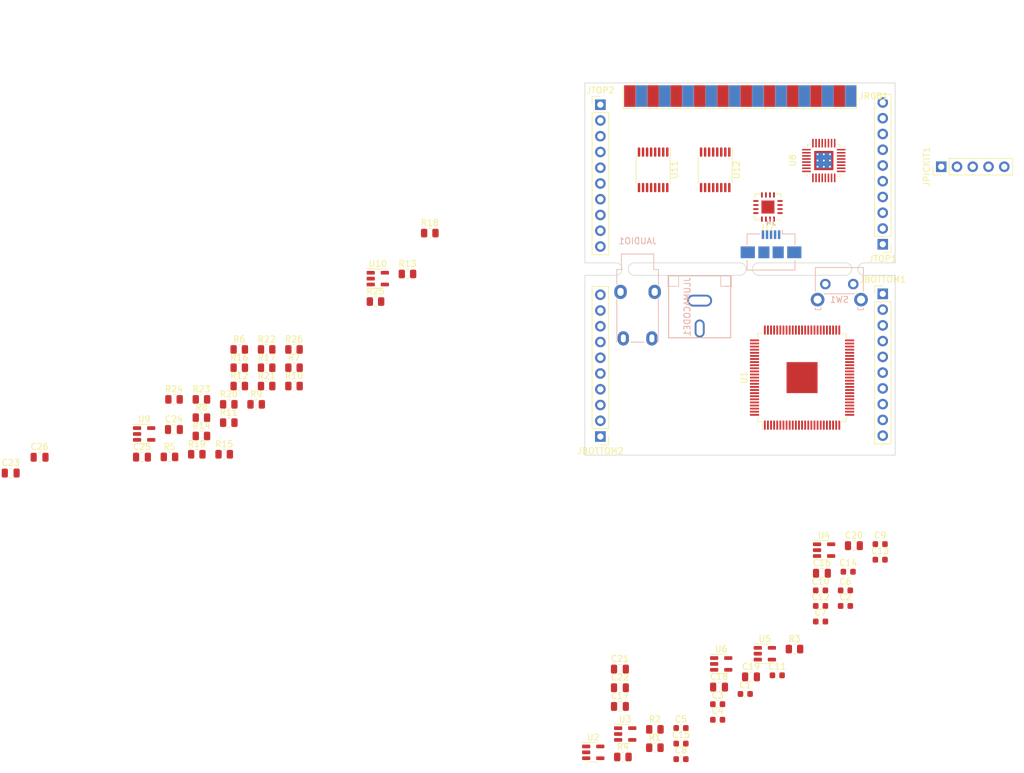
<source format=kicad_pcb>
(kicad_pcb (version 20211014) (generator pcbnew)
  (layers (0 "F.Cu" signal) (31 "B.Cu" signal) (34 "B.Paste" user) (35 "F.Paste" user) (36 "B.SilkS" user "B.Silkscreen") (37 "F.SilkS" user "F.Silkscreen") (38 "B.Mask" user) (39 "F.Mask" user) (44 "Edge.Cuts" user))
  (net 0 "")
  (net 1 "Net-(C1-Pad1)")
  (net 2 "GND")
  (net 3 "Net-(C2-Pad1)")
  (net 4 "Net-(C3-Pad1)")
  (net 5 "Net-(C4-Pad1)")
  (net 6 "Net-(C5-Pad1)")
  (net 7 "Net-(C6-Pad1)")
  (net 8 "Net-(C7-Pad1)")
  (net 9 "Net-(C7-Pad2)")
  (net 10 "Net-(C8-Pad2)")
  (net 11 "Net-(C9-Pad1)")
  (net 12 "Net-(C10-Pad1)")
  (net 13 "Net-(C11-Pad1)")
  (net 14 "Net-(C12-Pad1)")
  (net 15 "Net-(C13-Pad1)")
  (net 16 "Net-(C14-Pad1)")
  (net 17 "Net-(C14-Pad2)")
  (net 18 "Net-(C15-Pad1)")
  (net 19 "+5V")
  (net 20 "/Input/A33VDD")
  (net 21 "/Input/IOVDD")
  (net 22 "/Input/AVDD")
  (net 23 "/Input/PLL_AVDD")
  (net 24 "/Input/DVDD")
  (net 25 "Net-(C23-Pad1)")
  (net 26 "+3.3V")
  (net 27 "/Processing/OUTVDD")
  (net 28 "Net-(J4-Pad2)")
  (net 29 "Net-(J4-Pad3)")
  (net 31 "/Input/AUDIO_RIGHT")
  (net 32 "/Input/AUDIO_GND")
  (net 33 "/Input/AUDIO_LEFT")
  (net 34 "/Input/G0")
  (net 35 "/Input/G1")
  (net 36 "/Input/G2")
  (net 37 "/Input/G3")
  (net 38 "/Input/G4")
  (net 39 "/Input/G5")
  (net 40 "/Input/G6")
  (net 41 "/Input/G7")
  (net 42 "/Input/CLK")
  (net 43 "/Input/HSOUT")
  (net 44 "/Input/VSOUT")
  (net 45 "/Input/SDA")
  (net 46 "/Input/SCL")
  (net 47 "/Processing/VPP")
  (net 48 "/Processing/ICSPDAT")
  (net 49 "/Processing/ICSPCLK")
  (net 51 "/Processing/AUDIO_RIGHT")
  (net 53 "/Processing/AUDIO_GND")
  (net 54 "/Processing/AUDIO_LEFT")
  (net 55 "/Processing/BLUE")
  (net 58 "/Processing/GREEN")
  (net 60 "/Processing/RED")
  (net 61 "Net-(JRGB1-Pad16)")
  (net 63 "/Processing/CSYNC")
  (net 64 "/Processing/G0")
  (net 65 "/Processing/G1")
  (net 66 "/Processing/G2")
  (net 67 "/Processing/G3")
  (net 68 "/Processing/G4")
  (net 69 "/Processing/G5")
  (net 70 "/Processing/G6")
  (net 71 "/Processing/G7")
  (net 72 "/Processing/CLK")
  (net 73 "/Processing/HSOUT")
  (net 74 "/Processing/VSOUT")
  (net 75 "/Processing/SDA")
  (net 76 "/Processing/SCL")
  (net 77 "Net-(R2-Pad2)")
  (net 78 "Net-(R6-Pad1)")
  (net 79 "Net-(R7-Pad1)")
  (net 80 "Net-(R8-Pad1)")
  (net 81 "Net-(R9-Pad1)")
  (net 82 "Net-(R10-Pad1)")
  (net 83 "Net-(R11-Pad1)")
  (net 84 "Net-(R12-Pad1)")
  (net 85 "Net-(R13-Pad1)")
  (net 86 "Net-(R14-Pad1)")
  (net 87 "Net-(R15-Pad1)")
  (net 88 "Net-(R16-Pad1)")
  (net 89 "Net-(R17-Pad1)")
  (net 90 "Net-(R18-Pad1)")
  (net 91 "Net-(R19-Pad1)")
  (net 92 "Net-(R20-Pad1)")
  (net 93 "Net-(R21-Pad1)")
  (net 125 "/Processing/TMS")
  (net 126 "/Processing/TCK")
  (net 127 "/Processing/TDI")
  (net 128 "/Processing/TDO")
  (net 129 "/Processing/RCLK")
  (net 130 "/Processing/SRCLK")
  (net 131 "/Processing/SER2")
  (net 132 "/Processing/SER1")
  (net 137 "Net-(SW1-Pad1)")
  (net 138 "/Processing/BUTTON")
  (footprint "Resistor_SMD:R_0805_2012Metric" (layer "F.Cu") (at 96.0164 54.201)
    (fp_text reference "R18" (at 0 -1.65) (layer "F.SilkS"))
    (fp_text value "680")
    (pad "1" smd roundrect (at -0.9125 0) (size 1.025 1.4) (layers "F.Cu" "F.Paste" "F.Mask") (roundrect_rratio 0.243902) (net 90 "Net-(R18-Pad1)"))
    (pad "2" smd roundrect (at 0.9125 0) (size 1.025 1.4) (layers "F.Cu" "F.Paste" "F.Mask") (roundrect_rratio 0.243902) (net 55 "/Processing/BLUE"))
  )
  (footprint "Capacitor_SMD:C_0805_2012Metric" (layer "F.Cu") (at 126.65 130.52)
    (fp_text reference "C17" (at 0 -1.68) (layer "F.SilkS"))
    (fp_text value "10uF")
    (pad "1" smd roundrect (at -0.95 0) (size 1 1.45) (layers "F.Cu" "F.Paste" "F.Mask") (net 20 "/Input/A33VDD"))
    (pad "2" smd roundrect (at 0.95 0) (size 1 1.45) (layers "F.Cu" "F.Paste" "F.Mask") (net 2 "GND"))
  )
  (footprint "Package_TO_SOT_SMD:SOT-23-5" (layer "F.Cu") (at 122.35 137.92)
    (fp_text reference "U2" (at 0 -2.4) (layer "F.SilkS"))
    (fp_text value "AP2127K-3.3")
    (pad "1" smd roundrect (at -1.1375 -0.95) (size 1.325 0.6) (layers "F.Cu" "F.Paste" "F.Mask") (net 19 "+5V"))
    (pad "2" smd roundrect (at -1.1375 0) (size 1.325 0.6) (layers "F.Cu" "F.Paste" "F.Mask") (net 2 "GND"))
    (pad "3" smd roundrect (at -1.1375 0.95) (size 1.325 0.6) (layers "F.Cu" "F.Paste" "F.Mask") (net 19 "+5V"))
    (pad "4" smd roundrect (at 1.1375 0.95) (size 1.325 0.6) (layers "F.Cu" "F.Paste" "F.Mask"))
    (pad "5" smd roundrect (at 1.1375 -0.95) (size 1.325 0.6) (layers "F.Cu" "F.Paste" "F.Mask") (net 20 "/Input/A33VDD"))
  )
  (footprint "Resistor_SMD:R_0805_2012Metric" (layer "F.Cu") (at 54.8064 81.011)
    (fp_text reference "R24" (at 0 -1.65) (layer "F.SilkS"))
    (fp_text value "130")
    (pad "1" smd roundrect (at -0.9125 0) (size 1.025 1.4) (layers "F.Cu" "F.Paste" "F.Mask") (roundrect_rratio 0.243902) (net 2 "GND"))
    (pad "2" smd roundrect (at 0.9125 0) (size 1.025 1.4) (layers "F.Cu" "F.Paste" "F.Mask") (roundrect_rratio 0.243902) (net 58 "/Processing/GREEN"))
  )
  (footprint "Resistor_SMD:R_0805_2012Metric" (layer "F.Cu") (at 132.28 137.17)
    (fp_text reference "R1" (at 0 -1.65) (layer "F.SilkS"))
    (fp_text value "75")
    (pad "1" smd roundrect (at -0.9125 0) (size 1.025 1.4) (layers "F.Cu" "F.Paste" "F.Mask") (roundrect_rratio 0.243902) (net 8 "Net-(C7-Pad1)"))
    (pad "2" smd roundrect (at 0.9125 0) (size 1.025 1.4) (layers "F.Cu" "F.Paste" "F.Mask") (roundrect_rratio 0.243902) (net 2 "GND"))
  )
  (footprint "Capacitor_SMD:C_0805_2012Metric" (layer "F.Cu") (at 142.62 127.4)
    (fp_text reference "C18" (at 0 -1.68) (layer "F.SilkS"))
    (fp_text value "10uF")
    (pad "1" smd roundrect (at -0.95 0) (size 1 1.45) (layers "F.Cu" "F.Paste" "F.Mask") (net 21 "/Input/IOVDD"))
    (pad "2" smd roundrect (at 0.95 0) (size 1 1.45) (layers "F.Cu" "F.Paste" "F.Mask") (net 2 "GND"))
  )
  (footprint "Resistor_SMD:R_0805_2012Metric" (layer "F.Cu") (at 65.3164 72.961)
    (fp_text reference "R6" (at 0 -1.65) (layer "F.SilkS"))
    (fp_text value "402")
    (pad "1" smd roundrect (at -0.9125 0) (size 1.025 1.4) (layers "F.Cu" "F.Paste" "F.Mask") (roundrect_rratio 0.243902) (net 78 "Net-(R6-Pad1)"))
    (pad "2" smd roundrect (at 0.9125 0) (size 1.025 1.4) (layers "F.Cu" "F.Paste" "F.Mask") (roundrect_rratio 0.243902) (net 63 "/Processing/CSYNC"))
  )
  (footprint "Resistor_SMD:R_0805_2012Metric" (layer "F.Cu") (at 59.2164 81.011)
    (fp_text reference "R23" (at 0 -1.65) (layer "F.SilkS"))
    (fp_text value "130")
    (pad "1" smd roundrect (at -0.9125 0) (size 1.025 1.4) (layers "F.Cu" "F.Paste" "F.Mask") (roundrect_rratio 0.243902) (net 2 "GND"))
    (pad "2" smd roundrect (at 0.9125 0) (size 1.025 1.4) (layers "F.Cu" "F.Paste" "F.Mask") (roundrect_rratio 0.243902) (net 60 "/Processing/RED"))
  )
  (footprint "Package_TO_SOT_SMD:SOT-23-5" (layer "F.Cu") (at 49.9864 86.591)
    (fp_text reference "U9" (at 0 -2.4) (layer "F.SilkS"))
    (fp_text value "AP2127K-3.3")
    (pad "1" smd roundrect (at -1.1375 -0.95) (size 1.325 0.6) (layers "F.Cu" "F.Paste" "F.Mask") (net 19 "+5V"))
    (pad "2" smd roundrect (at -1.1375 0) (size 1.325 0.6) (layers "F.Cu" "F.Paste" "F.Mask") (net 2 "GND"))
    (pad "3" smd roundrect (at -1.1375 0.95) (size 1.325 0.6) (layers "F.Cu" "F.Paste" "F.Mask") (net 19 "+5V"))
    (pad "4" smd roundrect (at 1.1375 0.95) (size 1.325 0.6) (layers "F.Cu" "F.Paste" "F.Mask"))
    (pad "5" smd roundrect (at 1.1375 -0.95) (size 1.325 0.6) (layers "F.Cu" "F.Paste" "F.Mask") (net 26 "+3.3V"))
  )
  (footprint "Package_TO_SOT_SMD:SOT-23-5" (layer "F.Cu") (at 127.5 134.97)
    (fp_text reference "U3" (at 0 -2.4) (layer "F.SilkS"))
    (fp_text value "AP2127K-3.3")
    (pad "1" smd roundrect (at -1.1375 -0.95) (size 1.325 0.6) (layers "F.Cu" "F.Paste" "F.Mask") (net 19 "+5V"))
    (pad "2" smd roundrect (at -1.1375 0) (size 1.325 0.6) (layers "F.Cu" "F.Paste" "F.Mask") (net 2 "GND"))
    (pad "3" smd roundrect (at -1.1375 0.95) (size 1.325 0.6) (layers "F.Cu" "F.Paste" "F.Mask") (net 19 "+5V"))
    (pad "4" smd roundrect (at 1.1375 0.95) (size 1.325 0.6) (layers "F.Cu" "F.Paste" "F.Mask"))
    (pad "5" smd roundrect (at 1.1375 -0.95) (size 1.325 0.6) (layers "F.Cu" "F.Paste" "F.Mask") (net 21 "/Input/IOVDD"))
  )
  (footprint "Capacitor_SMD:C_0805_2012Metric" (layer "F.Cu") (at 49.6364 90.321)
    (fp_text reference "C25" (at 0 -1.68) (layer "F.SilkS"))
    (fp_text value "10uF")
    (pad "1" smd roundrect (at -0.95 0) (size 1 1.45) (layers "F.Cu" "F.Paste" "F.Mask") (net 26 "+3.3V"))
    (pad "2" smd roundrect (at 0.95 0) (size 1 1.45) (layers "F.Cu" "F.Paste" "F.Mask") (net 2 "GND"))
  )
  (footprint "Resistor_SMD:R_0805_2012Metric" (layer "F.Cu") (at 59.2164 86.911)
    (fp_text reference "R14" (at 0 -1.65) (layer "F.SilkS"))
    (fp_text value "1k37")
    (pad "1" smd roundrect (at -0.9125 0) (size 1.025 1.4) (layers "F.Cu" "F.Paste" "F.Mask") (roundrect_rratio 0.243902) (net 86 "Net-(R14-Pad1)"))
    (pad "2" smd roundrect (at 0.9125 0) (size 1.025 1.4) (layers "F.Cu" "F.Paste" "F.Mask") (roundrect_rratio 0.243902) (net 58 "/Processing/GREEN"))
  )
  (footprint "Resistor_SMD:R_0805_2012Metric" (layer "F.Cu") (at 132.28 134.22)
    (fp_text reference "R2" (at 0 -1.65) (layer "F.SilkS"))
    (fp_text value "1k5")
    (pad "1" smd roundrect (at -0.9125 0) (size 1.025 1.4) (layers "F.Cu" "F.Paste" "F.Mask") (roundrect_rratio 0.243902) (net 18 "Net-(C15-Pad1)"))
    (pad "2" smd roundrect (at 0.9125 0) (size 1.025 1.4) (layers "F.Cu" "F.Paste" "F.Mask") (roundrect_rratio 0.243902) (net 77 "Net-(R2-Pad2)"))
  )
  (footprint "Resistor_SMD:R_0805_2012Metric" (layer "F.Cu") (at 63.6264 81.811)
    (fp_text reference "R20" (at 0 -1.65) (layer "F.SilkS"))
    (fp_text value "2k7")
    (pad "1" smd roundrect (at -0.9125 0) (size 1.025 1.4) (layers "F.Cu" "F.Paste" "F.Mask") (roundrect_rratio 0.243902) (net 92 "Net-(R20-Pad1)"))
    (pad "2" smd roundrect (at 0.9125 0) (size 1.025 1.4) (layers "F.Cu" "F.Paste" "F.Mask") (roundrect_rratio 0.243902) (net 55 "/Processing/BLUE"))
  )
  (footprint "Capacitor_SMD:C_0603_1608Metric" (layer "F.Cu") (at 168.58 106.86)
    (fp_text reference "C13" (at 0 -1.43) (layer "F.SilkS"))
    (fp_text value "10nF")
    (pad "1" smd roundrect (at -0.775 0) (size 0.9 0.95) (layers "F.Cu" "F.Paste" "F.Mask") (net 15 "Net-(C13-Pad1)"))
    (pad "2" smd roundrect (at 0.775 0) (size 0.9 0.95) (layers "F.Cu" "F.Paste" "F.Mask") (net 2 "GND"))
  )
  (footprint "Resistor_SMD:R_0805_2012Metric" (layer "F.Cu") (at 74.1364 78.861)
    (fp_text reference "R10" (at 0 -1.65) (layer "F.SilkS"))
    (fp_text value "2k7")
    (pad "1" smd roundrect (at -0.9125 0) (size 1.025 1.4) (layers "F.Cu" "F.Paste" "F.Mask") (roundrect_rratio 0.243902) (net 82 "Net-(R10-Pad1)"))
    (pad "2" smd roundrect (at 0.9125 0) (size 1.025 1.4) (layers "F.Cu" "F.Paste" "F.Mask") (roundrect_rratio 0.243902) (net 60 "/Processing/RED"))
  )
  (footprint "Resistor_SMD:R_0805_2012Metric" (layer "F.Cu") (at 154.78 121.27)
    (fp_text reference "R3" (at 0 -1.65) (layer "F.SilkS"))
    (fp_text value "2k2")
    (pad "1" smd roundrect (at -0.9125 0) (size 1.025 1.4) (layers "F.Cu" "F.Paste" "F.Mask") (roundrect_rratio 0.243902) (net 21 "/Input/IOVDD"))
    (pad "2" smd roundrect (at 0.9125 0) (size 1.025 1.4) (layers "F.Cu" "F.Paste" "F.Mask") (roundrect_rratio 0.243902) (net 45 "/Input/SDA"))
  )
  (footprint "Resistor_SMD:R_0805_2012Metric" (layer "F.Cu") (at 87.2664 65.241)
    (fp_text reference "R25" (at 0 -1.65) (layer "F.SilkS"))
    (fp_text value "130")
    (pad "1" smd roundrect (at -0.9125 0) (size 1.025 1.4) (layers "F.Cu" "F.Paste" "F.Mask") (roundrect_rratio 0.243902) (net 2 "GND"))
    (pad "2" smd roundrect (at 0.9125 0) (size 1.025 1.4) (layers "F.Cu" "F.Paste" "F.Mask") (roundrect_rratio 0.243902) (net 55 "/Processing/BLUE"))
  )
  (footprint "Capacitor_SMD:C_0603_1608Metric" (layer "F.Cu") (at 158.98 114.32)
    (fp_text reference "C12" (at 0 -1.43) (layer "F.SilkS"))
    (fp_text value "10nF")
    (pad "1" smd roundrect (at -0.775 0) (size 0.9 0.95) (layers "F.Cu" "F.Paste" "F.Mask") (net 14 "Net-(C12-Pad1)"))
    (pad "2" smd roundrect (at 0.775 0) (size 0.9 0.95) (layers "F.Cu" "F.Paste" "F.Mask") (net 2 "GND"))
  )
  (footprint "Resistor_SMD:R_0805_2012Metric" (layer "F.Cu") (at 58.4764 89.861)
    (fp_text reference "R19" (at 0 -1.65) (layer "F.SilkS"))
    (fp_text value "1k37")
    (pad "1" smd roundrect (at -0.9125 0) (size 1.025 1.4) (layers "F.Cu" "F.Paste" "F.Mask") (roundrect_rratio 0.243902) (net 91 "Net-(R19-Pad1)"))
    (pad "2" smd roundrect (at 0.9125 0) (size 1.025 1.4) (layers "F.Cu" "F.Paste" "F.Mask") (roundrect_rratio 0.243902) (net 55 "/Processing/BLUE"))
  )
  (footprint "Capacitor_SMD:C_0603_1608Metric" (layer "F.Cu") (at 136.49 139.02)
    (fp_text reference "C8" (at 0 -1.43) (layer "F.SilkS"))
    (fp_text value "100nF")
    (pad "1" smd roundrect (at -0.775 0) (size 0.9 0.95) (layers "F.Cu" "F.Paste" "F.Mask") (net 8 "Net-(C7-Pad1)"))
    (pad "2" smd roundrect (at 0.775 0) (size 0.9 0.95) (layers "F.Cu" "F.Paste" "F.Mask") (net 10 "Net-(C8-Pad2)"))
  )
  (footprint "Connector_PinHeader_2.54mm:PinHeader_1x10_P2.54mm_Vertical" (layer "F.Cu") (at 169 56 180)
    (fp_text reference "JTOP1" (at 0 -2.33) (layer "F.SilkS"))
    (fp_text value "Conn_01x10")
    (pad "1" thru_hole rect (at 0 0 180) (size 1.7 1.7) (drill 1) (layers *.Cu *.Mask) (net 64 "/Processing/G0"))
    (pad "2" thru_hole oval (at 0 2.54 180) (size 1.7 1.7) (drill 1) (layers *.Cu *.Mask) (net 65 "/Processing/G1"))
    (pad "3" thru_hole oval (at 0 5.08 180) (size 1.7 1.7) (drill 1) (layers *.Cu *.Mask) (net 66 "/Processing/G2"))
    (pad "4" thru_hole oval (at 0 7.62 180) (size 1.7 1.7) (drill 1) (layers *.Cu *.Mask) (net 67 "/Processing/G3"))
    (pad "5" thru_hole oval (at 0 10.16 180) (size 1.7 1.7) (drill 1) (layers *.Cu *.Mask) (net 68 "/Processing/G4"))
    (pad "6" thru_hole oval (at 0 12.7 180) (size 1.7 1.7) (drill 1) (layers *.Cu *.Mask) (net 69 "/Processing/G5"))
    (pad "7" thru_hole oval (at 0 15.24 180) (size 1.7 1.7) (drill 1) (layers *.Cu *.Mask) (net 70 "/Processing/G6"))
    (pad "8" thru_hole oval (at 0 17.78 180) (size 1.7 1.7) (drill 1) (layers *.Cu *.Mask) (net 71 "/Processing/G7"))
    (pad "9" thru_hole oval (at 0 20.32 180) (size 1.7 1.7) (drill 1) (layers *.Cu *.Mask) (net 2 "GND"))
    (pad "10" thru_hole oval (at 0 22.86 180) (size 1.7 1.7) (drill 1) (layers *.Cu *.Mask) (net 72 "/Processing/CLK"))
  )
  (footprint "Package_TO_SOT_SMD:SOT-23-5" (layer "F.Cu") (at 150 122.02)
    (fp_text reference "U5" (at 0 -2.4) (layer "F.SilkS"))
    (fp_text value "AP2127K-1.9")
    (pad "1" smd roundrect (at -1.1375 -0.95) (size 1.325 0.6) (layers "F.Cu" "F.Paste" "F.Mask") (net 19 "+5V"))
    (pad "2" smd roundrect (at -1.1375 0) (size 1.325 0.6) (layers "F.Cu" "F.Paste" "F.Mask") (net 2 "GND"))
    (pad "3" smd roundrect (at -1.1375 0.95) (size 1.325 0.6) (layers "F.Cu" "F.Paste" "F.Mask") (net 19 "+5V"))
    (pad "4" smd roundrect (at 1.1375 0.95) (size 1.325 0.6) (layers "F.Cu" "F.Paste" "F.Mask"))
    (pad "5" smd roundrect (at 1.1375 -0.95) (size 1.325 0.6) (layers "F.Cu" "F.Paste" "F.Mask") (net 23 "/Input/PLL_AVDD"))
  )
  (footprint "Capacitor_SMD:C_0603_1608Metric" (layer "F.Cu") (at 136.49 134)
    (fp_text reference "C5" (at 0 -1.43) (layer "F.SilkS"))
    (fp_text value "10nF")
    (pad "1" smd roundrect (at -0.775 0) (size 0.9 0.95) (layers "F.Cu" "F.Paste" "F.Mask") (net 6 "Net-(C5-Pad1)"))
    (pad "2" smd roundrect (at 0.775 0) (size 0.9 0.95) (layers "F.Cu" "F.Paste" "F.Mask") (net 2 "GND"))
  )
  (footprint "Resistor_SMD:R_0805_2012Metric" (layer "F.Cu") (at 69.7264 72.961)
    (fp_text reference "R22" (at 0 -1.65) (layer "F.SilkS"))
    (fp_text value "91")
    (pad "1" smd roundrect (at -0.9125 0) (size 1.025 1.4) (layers "F.Cu" "F.Paste" "F.Mask") (roundrect_rratio 0.243902) (net 2 "GND"))
    (pad "2" smd roundrect (at 0.9125 0) (size 1.025 1.4) (layers "F.Cu" "F.Paste" "F.Mask") (roundrect_rratio 0.243902) (net 63 "/Processing/CSYNC"))
  )
  (footprint "Resistor_SMD:R_0805_2012Metric" (layer "F.Cu") (at 74.1364 75.911)
    (fp_text reference "R7" (at 0 -1.65) (layer "F.SilkS"))
    (fp_text value "340")
    (pad "1" smd roundrect (at -0.9125 0) (size 1.025 1.4) (layers "F.Cu" "F.Paste" "F.Mask") (roundrect_rratio 0.243902) (net 79 "Net-(R7-Pad1)"))
    (pad "2" smd roundrect (at 0.9125 0) (size 1.025 1.4) (layers "F.Cu" "F.Paste" "F.Mask") (roundrect_rratio 0.243902) (net 60 "/Processing/RED"))
  )
  (footprint "Capacitor_SMD:C_0805_2012Metric" (layer "F.Cu") (at 33.1364 90.341)
    (fp_text reference "C26" (at 0 -1.68) (layer "F.SilkS"))
    (fp_text value "10uF")
    (pad "1" smd roundrect (at -0.95 0) (size 1 1.45) (layers "F.Cu" "F.Paste" "F.Mask") (net 27 "/Processing/OUTVDD"))
    (pad "2" smd roundrect (at 0.95 0) (size 1 1.45) (layers "F.Cu" "F.Paste" "F.Mask") (net 2 "GND"))
  )
  (footprint "Resistor_SMD:R_0805_2012Metric" (layer "F.Cu") (at 92.4164 60.791)
    (fp_text reference "R13" (at 0 -1.65) (layer "F.SilkS"))
    (fp_text value "680")
    (pad "1" smd roundrect (at -0.9125 0) (size 1.025 1.4) (layers "F.Cu" "F.Paste" "F.Mask") (roundrect_rratio 0.243902) (net 85 "Net-(R13-Pad1)"))
    (pad "2" smd roundrect (at 0.9125 0) (size 1.025 1.4) (layers "F.Cu" "F.Paste" "F.Mask") (roundrect_rratio 0.243902) (net 58 "/Processing/GREEN"))
  )
  (footprint "Capacitor_SMD:C_0603_1608Metric" (layer "F.Cu") (at 142.4 132.67)
    (fp_text reference "C4" (at 0 -1.43) (layer "F.SilkS"))
    (fp_text value "10nF")
    (pad "1" smd roundrect (at -0.775 0) (size 0.9 0.95) (layers "F.Cu" "F.Paste" "F.Mask") (net 5 "Net-(C4-Pad1)"))
    (pad "2" smd roundrect (at 0.775 0) (size 0.9 0.95) (layers "F.Cu" "F.Paste" "F.Mask") (net 2 "GND"))
  )
  (footprint "Capacitor_SMD:C_0603_1608Metric" (layer "F.Cu") (at 168.58 104.35)
    (fp_text reference "C9" (at 0 -1.43) (layer "F.SilkS"))
    (fp_text value "10nF")
    (pad "1" smd roundrect (at -0.775 0) (size 0.9 0.95) (layers "F.Cu" "F.Paste" "F.Mask") (net 11 "Net-(C9-Pad1)"))
    (pad "2" smd roundrect (at 0.775 0) (size 0.9 0.95) (layers "F.Cu" "F.Paste" "F.Mask") (net 2 "GND"))
  )
  (footprint "Resistor_SMD:R_0805_2012Metric" (layer "F.Cu") (at 63.6264 84.761)
    (fp_text reference "R11" (at 0 -1.65) (layer "F.SilkS"))
    (fp_text value "5k49")
    (pad "1" smd roundrect (at -0.9125 0) (size 1.025 1.4) (layers "F.Cu" "F.Paste" "F.Mask") (roundrect_rratio 0.243902) (net 83 "Net-(R11-Pad1)"))
    (pad "2" smd roundrect (at 0.9125 0) (size 1.025 1.4) (layers "F.Cu" "F.Paste" "F.Mask") (roundrect_rratio 0.243902) (net 60 "/Processing/RED"))
  )
  (footprint "Resistor_SMD:R_0805_2012Metric" (layer "F.Cu") (at 69.7264 75.911)
    (fp_text reference "R17" (at 0 -1.65) (layer "F.SilkS"))
    (fp_text value "340")
    (pad "1" smd roundrect (at -0.9125 0) (size 1.025 1.4) (layers "F.Cu" "F.Paste" "F.Mask") (roundrect_rratio 0.243902) (net 89 "Net-(R17-Pad1)"))
    (pad "2" smd roundrect (at 0.9125 0) (size 1.025 1.4) (layers "F.Cu" "F.Paste" "F.Mask") (roundrect_rratio 0.243902) (net 55 "/Processing/BLUE"))
  )
  (footprint "footprints:SCART_Edge_mount" (layer "F.Cu") (at 147 16.8675)
    (fp_text reference "JRGB1" (at 20.543333 15.24 180) (layer "F.SilkS"))
    (fp_text value "SCART-F")
    (pad "1" smd rect (at 16.875 15.24 180) (size 1.846667 3.48) (layers "B.Cu" "B.Paste" "B.Mask"))
    (pad "2" smd rect (at 15 15.24 180) (size 1.846667 3.48) (layers "F.Cu" "F.Paste" "F.Mask") (net 51 "/Processing/AUDIO_RIGHT"))
    (pad "3" smd rect (at 13.125 15.24 180) (size 1.846667 3.48) (layers "B.Cu" "B.Paste" "B.Mask"))
    (pad "4" smd rect (at 11.25 15.24 180) (size 1.846667 3.48) (layers "F.Cu" "F.Paste" "F.Mask") (net 53 "/Processing/AUDIO_GND"))
    (pad "5" smd rect (at 9.375 15.24 180) (size 1.846667 3.48) (layers "B.Cu" "B.Paste" "B.Mask") (net 2 "GND"))
    (pad "6" smd rect (at 7.5 15.24 180) (size 1.846667 3.48) (layers "F.Cu" "F.Paste" "F.Mask") (net 54 "/Processing/AUDIO_LEFT"))
    (pad "7" smd rect (at 5.625 15.24 180) (size 1.846667 3.48) (layers "B.Cu" "B.Paste" "B.Mask") (net 55 "/Processing/BLUE"))
    (pad "8" smd rect (at 3.75 15.24 180) (size 1.846667 3.48) (layers "F.Cu" "F.Paste" "F.Mask"))
    (pad "9" smd rect (at 1.875 15.24 180) (size 1.846667 3.48) (layers "B.Cu" "B.Paste" "B.Mask") (net 2 "GND"))
    (pad "10" smd rect (at 0 15.24 180) (size 1.846667 3.48) (layers "F.Cu" "F.Paste" "F.Mask"))
    (pad "11" smd rect (at -1.875 15.24 180) (size 1.846667 3.48) (layers "B.Cu" "B.Paste" "B.Mask") (net 58 "/Processing/GREEN"))
    (pad "12" smd rect (at -3.75 15.24 180) (size 1.846667 3.48) (layers "F.Cu" "F.Paste" "F.Mask"))
    (pad "13" smd rect (at -5.625 15.24 180) (size 1.846667 3.48) (layers "B.Cu" "B.Paste" "B.Mask") (net 2 "GND"))
    (pad "14" smd rect (at -7.5 15.24 180) (size 1.846667 3.48) (layers "F.Cu" "F.Paste" "F.Mask") (net 2 "GND"))
    (pad "15" smd rect (at -9.375 15.24 180) (size 1.846667 3.48) (layers "B.Cu" "B.Paste" "B.Mask") (net 60 "/Processing/RED"))
    (pad "16" smd rect (at -11.25 15.24 180) (size 1.846667 3.48) (layers "F.Cu" "F.Paste" "F.Mask") (net 61 "Net-(JRGB1-Pad16)"))
    (pad "17" smd rect (at -13.125 15.24 180) (size 1.846667 3.48) (layers "B.Cu" "B.Paste" "B.Mask") (net 2 "GND"))
    (pad "18" smd rect (at -15 15.24 180) (size 1.846667 3.48) (layers "F.Cu" "F.Paste" "F.Mask") (net 2 "GND"))
    (pad "19" smd rect (at -16.875 15.24 180) (size 1.846667 3.48) (layers "B.Cu" "B.Paste" "B.Mask"))
    (pad "20" smd rect (at -18.75 15.24 180) (size 1.846667 3.48) (layers "F.Cu" "F.Paste" "F.Mask") (net 63 "/Processing/CSYNC"))
  )
  (footprint "Package_SO:TSSOP-16_4.4x5mm_P0.65mm" (layer "F.Cu") (at 142 44 -90)
    (fp_text reference "U12" (at 0 -3.45 90) (layer "F.SilkS"))
    (fp_text value "74AHC595")
    (pad "1" smd roundrect (at -2.8625 -2.275 270) (size 1.475 0.4) (layers "F.Cu" "F.Paste" "F.Mask") (net 87 "Net-(R15-Pad1)"))
    (pad "2" smd roundrect (at -2.8625 -1.625 270) (size 1.475 0.4) (layers "F.Cu" "F.Paste" "F.Mask") (net 88 "Net-(R16-Pad1)"))
    (pad "3" smd roundrect (at -2.8625 -0.975 270) (size 1.475 0.4) (layers "F.Cu" "F.Paste" "F.Mask") (net 89 "Net-(R17-Pad1)"))
    (pad "4" smd roundrect (at -2.8625 -0.325 270) (size 1.475 0.4) (layers "F.Cu" "F.Paste" "F.Mask") (net 90 "Net-(R18-Pad1)"))
    (pad "5" smd roundrect (at -2.8625 0.325 270) (size 1.475 0.4) (layers "F.Cu" "F.Paste" "F.Mask") (net 91 "Net-(R19-Pad1)"))
    (pad "6" smd roundrect (at -2.8625 0.975 270) (size 1.475 0.4) (layers "F.Cu" "F.Paste" "F.Mask") (net 92 "Net-(R20-Pad1)"))
    (pad "7" smd roundrect (at -2.8625 1.625 270) (size 1.475 0.4) (layers "F.Cu" "F.Paste" "F.Mask") (net 93 "Net-(R21-Pad1)"))
    (pad "8" smd roundrect (at -2.8625 2.275 270) (size 1.475 0.4) (layers "F.Cu" "F.Paste" "F.Mask") (net 2 "GND"))
    (pad "9" smd roundrect (at 2.8625 2.275 270) (size 1.475 0.4) (layers "F.Cu" "F.Paste" "F.Mask"))
    (pad "10" smd roundrect (at 2.8625 1.625 270) (size 1.475 0.4) (layers "F.Cu" "F.Paste" "F.Mask") (net 27 "/Processing/OUTVDD"))
    (pad "11" smd roundrect (at 2.8625 0.975 270) (size 1.475 0.4) (layers "F.Cu" "F.Paste" "F.Mask") (net 130 "/Processing/SRCLK"))
    (pad "12" smd roundrect (at 2.8625 0.325 270) (size 1.475 0.4) (layers "F.Cu" "F.Paste" "F.Mask") (net 129 "/Processing/RCLK"))
    (pad "13" smd roundrect (at 2.8625 -0.325 270) (size 1.475 0.4) (layers "F.Cu" "F.Paste" "F.Mask") (net 2 "GND"))
    (pad "14" smd roundrect (at 2.8625 -0.975 270) (size 1.475 0.4) (layers "F.Cu" "F.Paste" "F.Mask") (net 131 "/Processing/SER2"))
    (pad "15" smd roundrect (at 2.8625 -1.625 270) (size 1.475 0.4) (layers "F.Cu" "F.Paste" "F.Mask") (net 86 "Net-(R14-Pad1)"))
    (pad "16" smd roundrect (at 2.8625 -2.275 270) (size 1.475 0.4) (layers "F.Cu" "F.Paste" "F.Mask") (net 27 "/Processing/OUTVDD"))
  )
  (footprint "Package_TO_SOT_SMD:SOT-23-5" (layer "F.Cu") (at 142.97 123.67)
    (fp_text reference "U6" (at 0 -2.4) (layer "F.SilkS"))
    (fp_text value "AP2127K-1.9")
    (pad "1" smd roundrect (at -1.1375 -0.95) (size 1.325 0.6) (layers "F.Cu" "F.Paste" "F.Mask") (net 19 "+5V"))
    (pad "2" smd roundrect (at -1.1375 0) (size 1.325 0.6) (layers "F.Cu" "F.Paste" "F.Mask") (net 2 "GND"))
    (pad "3" smd roundrect (at -1.1375 0.95) (size 1.325 0.6) (layers "F.Cu" "F.Paste" "F.Mask") (net 19 "+5V"))
    (pad "4" smd roundrect (at 1.1375 0.95) (size 1.325 0.6) (layers "F.Cu" "F.Paste" "F.Mask"))
    (pad "5" smd roundrect (at 1.1375 -0.95) (size 1.325 0.6) (layers "F.Cu" "F.Paste" "F.Mask") (net 24 "/Input/DVDD"))
  )
  (footprint "Capacitor_SMD:C_0603_1608Metric" (layer "F.Cu") (at 158.98 111.81)
    (fp_text reference "C10" (at 0 -1.43) (layer "F.SilkS"))
    (fp_text value "10nF")
    (pad "1" smd roundrect (at -0.775 0) (size 0.9 0.95) (layers "F.Cu" "F.Paste" "F.Mask") (net 12 "Net-(C10-Pad1)"))
    (pad "2" smd roundrect (at 0.775 0) (size 0.9 0.95) (layers "F.Cu" "F.Paste" "F.Mask") (net 2 "GND"))
  )
  (footprint "Package_TO_SOT_SMD:SOT-23-5" (layer "F.Cu") (at 159.55 105.32)
    (fp_text reference "U4" (at 0 -2.4) (layer "F.SilkS"))
    (fp_text value "AP2127K-1.9")
    (pad "1" smd roundrect (at -1.1375 -0.95) (size 1.325 0.6) (layers "F.Cu" "F.Paste" "F.Mask") (net 19 "+5V"))
    (pad "2" smd roundrect (at -1.1375 0) (size 1.325 0.6) (layers "F.Cu" "F.Paste" "F.Mask") (net 2 "GND"))
    (pad "3" smd roundrect (at -1.1375 0.95) (size 1.325 0.6) (layers "F.Cu" "F.Paste" "F.Mask") (net 19 "+5V"))
    (pad "4" smd roundrect (at 1.1375 0.95) (size 1.325 0.6) (layers "F.Cu" "F.Paste" "F.Mask"))
    (pad "5" smd roundrect (at 1.1375 -0.95) (size 1.325 0.6) (layers "F.Cu" "F.Paste" "F.Mask") (net 22 "/Input/AVDD"))
  )
  (footprint "Package_SO:TSSOP-16_4.4x5mm_P0.65mm" (layer "F.Cu") (at 132 44 -90)
    (fp_text reference "U11" (at 0 -3.45 90) (layer "F.SilkS"))
    (fp_text value "74AHC595")
    (pad "1" smd roundrect (at -2.8625 -2.275 270) (size 1.475 0.4) (layers "F.Cu" "F.Paste" "F.Mask") (net 79 "Net-(R7-Pad1)"))
    (pad "2" smd roundrect (at -2.8625 -1.625 270) (size 1.475 0.4) (layers "F.Cu" "F.Paste" "F.Mask") (net 80 "Net-(R8-Pad1)"))
    (pad "3" smd roundrect (at -2.8625 -0.975 270) (size 1.475 0.4) (layers "F.Cu" "F.Paste" "F.Mask") (net 81 "Net-(R9-Pad1)"))
    (pad "4" smd roundrect (at -2.8625 -0.325 270) (size 1.475 0.4) (layers "F.Cu" "F.Paste" "F.Mask") (net 82 "Net-(R10-Pad1)"))
    (pad "5" smd roundrect (at -2.8625 0.325 270) (size 1.475 0.4) (layers "F.Cu" "F.Paste" "F.Mask") (net 83 "Net-(R11-Pad1)"))
    (pad "6" smd roundrect (at -2.8625 0.975 270) (size 1.475 0.4) (layers "F.Cu" "F.Paste" "F.Mask") (net 84 "Net-(R12-Pad1)"))
    (pad "7" smd roundrect (at -2.8625 1.625 270) (size 1.475 0.4) (layers "F.Cu" "F.Paste" "F.Mask") (net 85 "Net-(R13-Pad1)"))
    (pad "8" smd roundrect (at -2.8625 2.275 270) (size 1.475 0.4) (layers "F.Cu" "F.Paste" "F.Mask") (net 2 "GND"))
    (pad "9" smd roundrect (at 2.8625 2.275 270) (size 1.475 0.4) (layers "F.Cu" "F.Paste" "F.Mask"))
    (pad "10" smd roundrect (at 2.8625 1.625 270) (size 1.475 0.4) (layers "F.Cu" "F.Paste" "F.Mask") (net 27 "/Processing/OUTVDD"))
    (pad "11" smd roundrect (at 2.8625 0.975 270) (size 1.475 0.4) (layers "F.Cu" "F.Paste" "F.Mask") (net 130 "/Processing/SRCLK"))
    (pad "12" smd roundrect (at 2.8625 0.325 270) (size 1.475 0.4) (layers "F.Cu" "F.Paste" "F.Mask") (net 129 "/Processing/RCLK"))
    (pad "13" smd roundrect (at 2.8625 -0.325 270) (size 1.475 0.4) (layers "F.Cu" "F.Paste" "F.Mask") (net 2 "GND"))
    (pad "14" smd roundrect (at 2.8625 -0.975 270) (size 1.475 0.4) (layers "F.Cu" "F.Paste" "F.Mask") (net 132 "/Processing/SER1"))
    (pad "15" smd roundrect (at 2.8625 -1.625 270) (size 1.475 0.4) (layers "F.Cu" "F.Paste" "F.Mask") (net 78 "Net-(R6-Pad1)"))
    (pad "16" smd roundrect (at 2.8625 -2.275 270) (size 1.475 0.4) (layers "F.Cu" "F.Paste" "F.Mask") (net 27 "/Processing/OUTVDD"))
  )
  (footprint "Connector_PinHeader_2.54mm:PinHeader_1x10_P2.54mm_Vertical" (layer "F.Cu") (at 123.5 87 180)
    (fp_text reference "JBOTTOM2" (at 0 -2.33 180) (layer "F.SilkS"))
    (fp_text value "Conn_01x10")
    (pad "1" thru_hole rect (at 0 0 180) (size 1.7 1.7) (drill 1) (layers *.Cu *.Mask) (net 32 "/Input/AUDIO_GND"))
    (pad "2" thru_hole oval (at 0 2.54 180) (size 1.7 1.7) (drill 1) (layers *.Cu *.Mask) (net 31 "/Input/AUDIO_RIGHT"))
    (pad "3" thru_hole oval (at 0 5.08 180) (size 1.7 1.7) (drill 1) (layers *.Cu *.Mask) (net 33 "/Input/AUDIO_LEFT"))
    (pad "4" thru_hole oval (at 0 7.62 180) (size 1.7 1.7) (drill 1) (layers *.Cu *.Mask) (net 2 "GND"))
    (pad "5" thru_hole oval (at 0 10.16 180) (size 1.7 1.7) (drill 1) (layers *.Cu *.Mask) (net 19 "+5V"))
    (pad "6" thru_hole oval (at 0 12.7 180) (size 1.7 1.7) (drill 1) (layers *.Cu *.Mask) (net 45 "/Input/SDA"))
    (pad "7" thru_hole oval (at 0 15.24 180) (size 1.7 1.7) (drill 1) (layers *.Cu *.Mask) (net 46 "/Input/SCL"))
    (pad "8" thru_hole oval (at 0 17.78 180) (size 1.7 1.7) (drill 1) (layers *.Cu *.Mask) (net 44 "/Input/VSOUT"))
    (pad "9" thru_hole oval (at 0 20.32 180) (size 1.7 1.7) (drill 1) (layers *.Cu *.Mask) (net 43 "/Input/HSOUT"))
    (pad "10" thru_hole oval (at 0 22.86 180) (size 1.7 1.7) (drill 1) (layers *.Cu *.Mask) (net 137 "Net-(SW1-Pad1)"))
  )
  (footprint "Resistor_SMD:R_0805_2012Metric" (layer "F.Cu") (at 74.1364 72.961)
    (fp_text reference "R26" (at 0 -1.65) (layer "F.SilkS"))
    (fp_text value "75")
    (pad "1" smd roundrect (at -0.9125 0) (size 1.025 1.4) (layers "F.Cu" "F.Paste" "F.Mask") (roundrect_rratio 0.243902) (net 61 "Net-(JRGB1-Pad16)"))
    (pad "2" smd roundrect (at 0.9125 0) (size 1.025 1.4) (layers "F.Cu" "F.Paste" "F.Mask") (roundrect_rratio 0.243902) (net 27 "/Processing/OUTVDD"))
  )
  (footprint "Capacitor_SMD:C_0805_2012Metric" (layer "F.Cu") (at 126.65 124.5)
    (fp_text reference "C21" (at 0 -1.68) (layer "F.SilkS"))
    (fp_text value "10uF")
    (pad "1" smd roundrect (at -0.95 0) (size 1 1.45) (layers "F.Cu" "F.Paste" "F.Mask") (net 23 "/Input/PLL_AVDD"))
    (pad "2" smd roundrect (at 0.95 0) (size 1 1.45) (layers "F.Cu" "F.Paste" "F.Mask") (net 2 "GND"))
  )
  (footprint "Capacitor_SMD:C_0603_1608Metric" (layer "F.Cu") (at 158.98 116.83)
    (fp_text reference "C7" (at 0 -1.43) (layer "F.SilkS"))
    (fp_text value "1nF")
    (pad "1" smd roundrect (at -0.775 0) (size 0.9 0.95) (layers "F.Cu" "F.Paste" "F.Mask") (net 8 "Net-(C7-Pad1)"))
    (pad "2" smd roundrect (at 0.775 0) (size 0.9 0.95) (layers "F.Cu" "F.Paste" "F.Mask") (net 9 "Net-(C7-Pad2)"))
  )
  (footprint "Connector_PinHeader_2.54mm:PinHeader_1x10_P2.54mm_Vertical" (layer "F.Cu") (at 169 64)
    (fp_text reference "JBOTTOM1" (at 0 -2.33) (layer "F.SilkS"))
    (fp_text value "Conn_01x10")
    (pad "1" thru_hole rect (at 0 0) (size 1.7 1.7) (drill 1) (layers *.Cu *.Mask) (net 34 "/Input/G0"))
    (pad "2" thru_hole oval (at 0 2.54) (size 1.7 1.7) (drill 1) (layers *.Cu *.Mask) (net 35 "/Input/G1"))
    (pad "3" thru_hole oval (at 0 5.08) (size 1.7 1.7) (drill 1) (layers *.Cu *.Mask) (net 36 "/Input/G2"))
    (pad "4" thru_hole oval (at 0 7.62) (size 1.7 1.7) (drill 1) (layers *.Cu *.Mask) (net 37 "/Input/G3"))
    (pad "5" thru_hole oval (at 0 10.16) (size 1.7 1.7) (drill 1) (layers *.Cu *.Mask) (net 38 "/Input/G4"))
    (pad "6" thru_hole oval (at 0 12.7) (size 1.7 1.7) (drill 1) (layers *.Cu *.Mask) (net 39 "/Input/G5"))
    (pad "7" thru_hole oval (at 0 15.24) (size 1.7 1.7) (drill 1) (layers *.Cu *.Mask) (net 40 "/Input/G6"))
    (pad "8" thru_hole oval (at 0 17.78) (size 1.7 1.7) (drill 1) (layers *.Cu *.Mask) (net 41 "/Input/G7"))
    (pad "9" thru_hole oval (at 0 20.32) (size 1.7 1.7) (drill 1) (layers *.Cu *.Mask) (net 2 "GND"))
    (pad "10" thru_hole oval (at 0 22.86) (size 1.7 1.7) (drill 1) (layers *.Cu *.Mask) (net 42 "/Input/CLK"))
  )
  (footprint "Resistor_SMD:R_0805_2012Metric" (layer "F.Cu") (at 68.0364 81.811)
    (fp_text reference "R9" (at 0 -1.65) (layer "F.SilkS"))
    (fp_text value "1k37")
    (pad "1" smd roundrect (at -0.9125 0) (size 1.025 1.4) (layers "F.Cu" "F.Paste" "F.Mask") (roundrect_rratio 0.243902) (net 81 "Net-(R9-Pad1)"))
    (pad "2" smd roundrect (at 0.9125 0) (size 1.025 1.4) (layers "F.Cu" "F.Paste" "F.Mask") (roundrect_rratio 0.243902) (net 60 "/Processing/RED"))
  )
  (footprint "Capacitor_SMD:C_0603_1608Metric" (layer "F.Cu") (at 152 125.5)
    (fp_text reference "C11" (at 0 -1.43) (layer "F.SilkS"))
    (fp_text value "10nF")
    (pad "1" smd roundrect (at -0.775 0) (size 0.9 0.95) (layers "F.Cu" "F.Paste" "F.Mask") (net 13 "Net-(C11-Pad1)"))
    (pad "2" smd roundrect (at 0.775 0) (size 0.9 0.95) (layers "F.Cu" "F.Paste" "F.Mask") (net 2 "GND"))
  )
  (footprint "Package_QFP:TQFP-100-1EP_14x14mm_P0.5mm_EP5x5mm" (layer "F.Cu") (at 156 77.5 90)
    (fp_text reference "U1" (at 0 -9.35 90) (layer "F.SilkS"))
    (fp_text value "TVP7002")
    (pad "1" smd roundrect (at -7.6625 -6 90) (size 1.475 0.3) (layers "F.Cu" "F.Paste" "F.Mask") (net 9 "Net-(C7-Pad2)"))
    (pad "2" smd roundrect (at -7.6625 -5.5 90) (size 1.475 0.3) (layers "F.Cu" "F.Paste" "F.Mask") (net 10 "Net-(C8-Pad2)"))
    (pad "3" smd roundrect (at -7.6625 -5 90) (size 1.475 0.3) (layers "F.Cu" "F.Paste" "F.Mask") (net 2 "GND"))
    (pad "4" smd roundrect (at -7.6625 -4.5 90) (size 1.475 0.3) (layers "F.Cu" "F.Paste" "F.Mask") (net 22 "/Input/AVDD"))
    (pad "5" smd roundrect (at -7.6625 -4 90) (size 1.475 0.3) (layers "F.Cu" "F.Paste" "F.Mask") (net 2 "GND"))
    (pad "6" smd roundrect (at -7.6625 -3.5 90) (size 1.475 0.3) (layers "F.Cu" "F.Paste" "F.Mask") (net 22 "/Input/AVDD"))
    (pad "7" smd roundrect (at -7.6625 -3 90) (size 1.475 0.3) (layers "F.Cu" "F.Paste" "F.Mask") (net 22 "/Input/AVDD"))
    (pad "8" smd roundrect (at -7.6625 -2.5 90) (size 1.475 0.3) (layers "F.Cu" "F.Paste" "F.Mask") (net 2 "GND"))
    (pad "9" smd roundrect (at -7.6625 -2 90) (size 1.475 0.3) (layers "F.Cu" "F.Paste" "F.Mask") (net 1 "Net-(C1-Pad1)"))
    (pad "10" smd roundrect (at -7.6625 -1.5 90) (size 1.475 0.3) (layers "F.Cu" "F.Paste" "F.Mask") (net 3 "Net-(C2-Pad1)"))
    (pad "11" smd roundrect (at -7.6625 -1 90) (size 1.475 0.3) (layers "F.Cu" "F.Paste" "F.Mask") (net 4 "Net-(C3-Pad1)"))
    (pad "12" smd roundrect (at -7.6625 -0.5 90) (size 1.475 0.3) (layers "F.Cu" "F.Paste" "F.Mask") (net 2 "GND"))
    (pad "13" smd roundrect (at -7.6625 0 90) (size 1.475 0.3) (layers "F.Cu" "F.Paste" "F.Mask") (net 20 "/Input/A33VDD"))
    (pad "14" smd roundrect (at -7.6625 0.5 90) (size 1.475 0.3) (layers "F.Cu" "F.Paste" "F.Mask") (net 20 "/Input/A33VDD"))
    (pad "15" smd roundrect (at -7.6625 1 90) (size 1.475 0.3) (layers "F.Cu" "F.Paste" "F.Mask") (net 2 "GND"))
    (pad "16" smd roundrect (at -7.6625 1.5 90) (size 1.475 0.3) (layers "F.Cu" "F.Paste" "F.Mask") (net 5 "Net-(C4-Pad1)"))
    (pad "17" smd roundrect (at -7.6625 2 90) (size 1.475 0.3) (layers "F.Cu" "F.Paste" "F.Mask") (net 6 "Net-(C5-Pad1)"))
    (pad "18" smd roundrect (at -7.6625 2.5 90) (size 1.475 0.3) (layers "F.Cu" "F.Paste" "F.Mask") (net 7 "Net-(C6-Pad1)"))
    (pad "19" smd roundrect (at -7.6625 3 90) (size 1.475 0.3) (layers "F.Cu" "F.Paste" "F.Mask") (net 22 "/Input/AVDD"))
    (pad "20" smd roundrect (at -7.6625 3.5 90) (size 1.475 0.3) (layers "F.Cu" "F.Paste" "F.Mask") (net 2 "GND"))
    (pad "21" smd roundrect (at -7.6625 4 90) (size 1.475 0.3) (layers "F.Cu" "F.Paste" "F.Mask") (net 2 "GND"))
    (pad "22" smd roundrect (at -7.6625 4.5 90) (size 1.475 0.3) (layers "F.Cu" "F.Paste" "F.Mask"))
    (pad "23" smd roundrect (at -7.6625 5 90) (size 1.475 0.3) (layers "F.Cu" "F.Paste" "F.Mask") (net 44 "/Input/VSOUT"))
    (pad "24" smd roundrect (at -7.6625 5.5 90) (size 1.475 0.3) (layers "F.Cu" "F.Paste" "F.Mask") (net 43 "/Input/HSOUT"))
    (pad "25" smd roundrect (at -7.6625 6 90) (size 1.475 0.3) (layers "F.Cu" "F.Paste" "F.Mask"))
    (pad "26" smd roundrect (at -6 7.6625 90) (size 0.3 1.475) (layers "F.Cu" "F.Paste" "F.Mask") (net 21 "/Input/IOVDD"))
    (pad "27" smd roundrect (at -5.5 7.6625 90) (size 0.3 1.475) (layers "F.Cu" "F.Paste" "F.Mask") (net 2 "GND"))
    (pad "28" smd roundrect (at -5 7.6625 90) (size 0.3 1.475) (layers "F.Cu" "F.Paste" "F.Mask") (net 42 "/Input/CLK"))
    (pad "29" smd roundrect (at -4.5 7.6625 90) (size 0.3 1.475) (layers "F.Cu" "F.Paste" "F.Mask"))
    (pad "30" smd roundrect (at -4 7.6625 90) (size 0.3 1.475) (layers "F.Cu" "F.Paste" "F.Mask"))
    (pad "31" smd roundrect (at -3.5 7.6625 90) (size 0.3 1.475) (layers "F.Cu" "F.Paste" "F.Mask"))
    (pad "32" smd roundrect (at -3 7.6625 90) (size 0.3 1.475) (layers "F.Cu" "F.Paste" "F.Mask"))
    (pad "33" smd roundrect (at -2.5 7.6625 90) (size 0.3 1.475) (layers "F.Cu" "F.Paste" "F.Mask"))
    (pad "34" smd roundrect (at -2 7.6625 90) (size 0.3 1.475) (layers "F.Cu" "F.Paste" "F.Mask"))
    (pad "35" smd roundrect (at -1.5 7.6625 90) (size 0.3 1.475) (layers "F.Cu" "F.Paste" "F.Mask"))
    (pad "36" smd roundrect (at -1 7.6625 90) (size 0.3 1.475) (layers "F.Cu" "F.Paste" "F.Mask"))
    (pad "37" smd roundrect (at -0.5 7.6625 90) (size 0.3 1.475) (layers "F.Cu" "F.Paste" "F.Mask"))
    (pad "38" smd roundrect (at 0 7.6625 90) (size 0.3 1.475) (layers "F.Cu" "F.Paste" "F.Mask"))
    (pad "39" smd roundrect (at 0.5 7.6625 90) (size 0.3 1.475) (layers "F.Cu" "F.Paste" "F.Mask") (net 24 "/Input/DVDD"))
    (pad "40" smd roundrect (at 1 7.6625 90) (size 0.3 1.475) (layers "F.Cu" "F.Paste" "F.Mask") (net 2 "GND"))
    (pad "41" smd roundrect (at 1.5 7.6625 90) (size 0.3 1.475) (layers "F.Cu" "F.Paste" "F.Mask") (net 21 "/Input/IOVDD"))
    (pad "42" smd roundrect (at 2 7.6625 90) (size 0.3 1.475) (layers "F.Cu" "F.Paste" "F.Mask") (net 2 "GND"))
    (pad "43" smd roundrect (at 2.5 7.6625 90) (size 0.3 1.475) (layers "F.Cu" "F.Paste" "F.Mask") (net 41 "/Input/G7"))
    (pad "44" smd roundrect (at 3 7.6625 90) (size 0.3 1.475) (layers "F.Cu" "F.Paste" "F.Mask") (net 40 "/Input/G6"))
    (pad "45" smd roundrect (at 3.5 7.6625 90) (size 0.3 1.475) (layers "F.Cu" "F.Paste" "F.Mask") (net 39 "/Input/G5"))
    (pad "46" smd roundrect (at 4 7.6625 90) (size 0.3 1.475) (layers "F.Cu" "F.Paste" "F.Mask") (net 38 "/Input/G4"))
    (pad "47" smd roundrect (at 4.5 7.6625 90) (size 0.3 1.475) (layers "F.Cu" "F.Paste" "F.Mask") (net 37 "/Input/G3"))
    (pad "48" smd roundrect (at 5 7.6625 90) (size 0.3 1.475) (layers "F.Cu" "F.Paste" "F.Mask") (net 36 "/Input/G2"))
    (pad "49" smd roundrect (at 5.5 7.6625 90) (size 0.3 1.475) (layers "F.Cu" "F.Paste" "F.Mask") (net 35 "/Input/G1"))
    (pad "50" smd roundrect (at 6 7.6625 90) (size 0.3 1.475) (layers "F.Cu" "F.Paste" "F.Mask") (net 34 "/Input/G0"))
    (pad "51" smd roundrect (at 7.6625 6 90) (size 1.475 0.3) (layers "F.Cu" "F.Paste" "F.Mask"))
    (pad "52" smd roundrect (at 7.6625 5.5 90) (size 1.475 0.3) (layers "F.Cu" "F.Paste" "F.Mask"))
    (pad "53" smd roundrect (at 7.6625 5 90) (size 1.475 0.3) (layers "F.Cu" "F.Paste" "F.Mask") (net 21 "/Input/IOVDD"))
    (pad "54" smd roundrect (at 7.6625 4.5 90) (size 1.475 0.3) (layers "F.Cu" "F.Paste" "F.Mask") (net 2 "GND"))
    (pad "55" smd roundrect (at 7.6625 4 90) (size 1.475 0.3) (layers "F.Cu" "F.Paste" "F.Mask"))
    (pad "56" smd roundrect (at 7.6625 3.5 90) (size 1.475 0.3) (layers "F.Cu" "F.Paste" "F.Mask"))
    (pad "57" smd roundrect (at 7.6625 3 90) (size 1.475 0.3) (layers "F.Cu" "F.Paste" "F.Mask"))
    (pad "58" smd roundrect (at 7.6625 2.5 90) (size 1.475 0.3) (layers "F.Cu" "F.Paste" "F.Mask"))
    (pad "59" smd roundrect (at 7.6625 2 90) (size 1.475 0.3) (layers "F.Cu" "F.Paste" "F.Mask"))
    (pad "60" smd roundrect (at 7.6625 1.5 90) (size 1.475 0.3) (layers "F.Cu" "F.Paste" "F.Mask") (net 2 "GND"))
    (pad "61" smd roundrect (at 7.6625 1 90) (size 1.475 0.3) (layers "F.Cu" "F.Paste" "F.Mask"))
    (pad "62" smd roundrect (at 7.6625 0.5 90) (size 1.475 0.3) (layers "F.Cu" "F.Paste" "F.Mask"))
    (pad "63" smd roundrect (at 7.6625 0 90) (size 1.475 0.3) (layers "F.Cu" "F.Paste" "F.Mask"))
    (pad "64" smd roundrect (at 7.6625 -0.5 90) (size 1.475 0.3) (layers "F.Cu" "F.Paste" "F.Mask"))
    (pad "65" smd roundrect (at 7.6625 -1 90) (size 1.475 0.3) (layers "F.Cu" "F.Paste" "F.Mask"))
    (pad "66" smd roundrect (at 7.6625 -1.5 90) (size 1.475 0.3) (layers "F.Cu" "F.Paste" "F.Mask") (net 21 "/Input/IOVDD"))
    (pad "67" smd roundrect (at 7.6625 -2 90) (size 1.475 0.3) (layers "F.Cu" "F.Paste" "F.Mask") (net 2 "GND"))
    (pad "68" smd roundrect (at 7.6625 -2.5 90) (size 1.475 0.3) (layers "F.Cu" "F.Paste" "F.Mask") (net 2 "GND"))
    (pad "69" smd roundrect (at 7.6625 -3 90) (size 1.475 0.3) (layers "F.Cu" "F.Paste" "F.Mask") (net 24 "/Input/DVDD"))
    (pad "70" smd roundrect (at 7.6625 -3.5 90) (size 1.475 0.3) (layers "F.Cu" "F.Paste" "F.Mask") (net 2 "GND"))
    (pad "71" smd roundrect (at 7.6625 -4 90) (size 1.475 0.3) (layers "F.Cu" "F.Paste" "F.Mask") (net 21 "/Input/IOVDD"))
    (pad "72" smd roundrect (at 7.6625 -4.5 90) (size 1.475 0.3) (layers "F.Cu" "F.Paste" "F.Mask") (net 2 "GND"))
    (pad "73" smd roundrect (at 7.6625 -5 90) (size 1.475 0.3) (layers "F.Cu" "F.Paste" "F.Mask") (net 2 "GND"))
    (pad "74" smd roundrect (at 7.6625 -5.5 90) (size 1.475 0.3) (layers "F.Cu" "F.Paste" "F.Mask") (net 46 "/Input/SCL"))
    (pad "75" smd roundrect (at 7.6625 -6 90) (size 1.475 0.3) (layers "F.Cu" "F.Paste" "F.Mask") (net 45 "/Input/SDA"))
    (pad "76" smd roundrect (at 6 -7.6625 90) (size 0.3 1.475) (layers "F.Cu" "F.Paste" "F.Mask") (net 2 "GND"))
    (pad "77" smd roundrect (at 5.5 -7.6625 90) (size 0.3 1.475) (layers "F.Cu" "F.Paste" "F.Mask") (net 2 "GND"))
    (pad "78" smd roundrect (at 5 -7.6625 90) (size 0.3 1.475) (layers "F.Cu" "F.Paste" "F.Mask") (net 2 "GND"))
    (pad "79" smd roundrect (at 4.5 -7.6625 90) (size 0.3 1.475) (layers "F.Cu" "F.Paste" "F.Mask") (net 2 "GND"))
    (pad "80" smd roundrect (at 4 -7.6625 90) (size 0.3 1.475) (layers "F.Cu" "F.Paste" "F.Mask") (net 2 "GND"))
    (pad "81" smd roundrect (at 3.5 -7.6625 90) (size 0.3 1.475) (layers "F.Cu" "F.Paste" "F.Mask") (net 2 "GND"))
    (pad "82" smd roundrect (at 3 -7.6625 90) (size 0.3 1.475) (layers "F.Cu" "F.Paste" "F.Mask") (net 2 "GND"))
    (pad "83" smd roundrect (at 2.5 -7.6625 90) (size 0.3 1.475) (layers "F.Cu" "F.Paste" "F.Mask") (net 2 "GND"))
    (pad "84" smd roundrect (at 2 -7.6625 90) (size 0.3 1.475) (layers "F.Cu" "F.Paste" "F.Mask") (net 23 "/Input/PLL_AVDD"))
    (pad "85" smd roundrect (at 1.5 -7.6625 90) (size 0.3 1.475) (layers "F.Cu" "F.Paste" "F.Mask") (net 23 "/Input/PLL_AVDD"))
    (pad "86" smd roundrect (at 1 -7.6625 90) (size 0.3 1.475) (layers "F.Cu" "F.Paste" "F.Mask") (net 2 "GND"))
    (pad "87" smd roundrect (at 0.5 -7.6625 90) (size 0.3 1.475) (layers "F.Cu" "F.Paste" "F.Mask") (net 77 "Net-(R2-Pad2)"))
    (pad "88" smd roundrect (at 0 -7.6625 90) (size 0.3 1.475) (layers "F.Cu" "F.Paste" "F.Mask") (net 16 "Net-(C14-Pad1)"))
    (pad "89" smd roundrect (at -0.5 -7.6625 90) (size 0.3 1.475) (layers "F.Cu" "F.Paste" "F.Mask") (net 17 "Net-(C14-Pad2)"))
    (pad "90" smd roundrect (at -1 -7.6625 90) (size 0.3 1.475) (layers "F.Cu" "F.Paste" "F.Mask") (net 2 "GND"))
    (pad "91" smd roundrect (at -1.5 -7.6625 90) (size 0.3 1.475) (layers "F.Cu" "F.Paste" "F.Mask") (net 2 "GND"))
    (pad "92" smd roundrect (at -2 -7.6625 90) (size 0.3 1.475) (layers "F.Cu" "F.Paste" "F.Mask") (net 2 "GND"))
    (pad "93" smd roundrect (at -2.5 -7.6625 90) (size 0.3 1.475) (layers "F.Cu" "F.Paste" "F.Mask") (net 20 "/Input/A33VDD"))
    (pad "94" smd roundrect (at -3 -7.6625 90) (size 0.3 1.475) (layers "F.Cu" "F.Paste" "F.Mask") (net 20 "/Input/A33VDD"))
    (pad "95" smd roundrect (at -3.5 -7.6625 90) (size 0.3 1.475) (layers "F.Cu" "F.Paste" "F.Mask") (net 2 "GND"))
    (pad "96" smd roundrect (at -4 -7.6625 90) (size 0.3 1.475) (layers "F.Cu" "F.Paste" "F.Mask") (net 11 "Net-(C9-Pad1)"))
    (pad "97" smd roundrect (at -4.5 -7.6625 90) (size 0.3 1.475) (layers "F.Cu" "F.Paste" "F.Mask") (net 15 "Net-(C13-Pad1)"))
    (pad "98" smd roundrect (at -5 -7.6625 90) (size 0.3 1.475) (layers "F.Cu" "F.Paste" "F.Mask") (net 12 "Net-(C10-Pad1)"))
    (pad "99" smd roundrect (at -5.5 -7.6625 90) (size 0.3 1.475) (layers "F.Cu" "F.Paste" "F.Mask") (net 14 "Net-(C12-Pad1)"))
    (pad "100" smd roundrect (at -6 -7.6625 90) (size 0.3 1.475) (layers "F.Cu" "F.Paste" "F.Mask") (net 13 "Net-(C11-Pad1)"))
    (pad "101" smd rect (at 0 0 90) (size 5 5) (layers "F.Cu" "F.Mask"))
  )
  (footprint "Capacitor_SMD:C_0603_1608Metric" (layer "F.Cu") (at 146.85 128.51)
    (fp_text reference "C1" (at 0 -1.43) (layer "F.SilkS"))
    (fp_text value "10nF")
    (pad "1" smd roundrect (at -0.775 0) (size 0.9 0.95) (layers "F.Cu" "F.Paste" "F.Mask") (net 1 "Net-(C1-Pad1)"))
    (pad "2" smd roundrect (at 0.775 0) (size 0.9 0.95) (layers "F.Cu" "F.Paste" "F.Mask") (net 2 "GND"))
  )
  (footprint "Capacitor_SMD:C_0805_2012Metric" (layer "F.Cu") (at 159.2 109.05)
    (fp_text reference "C16" (at 0 -1.68) (layer "F.SilkS"))
    (fp_text value "10uF")
    (pad "1" smd roundrect (at -0.95 0) (size 1 1.45) (layers "F.Cu" "F.Paste" "F.Mask") (net 19 "+5V"))
    (pad "2" smd roundrect (at 0.95 0) (size 1 1.45) (layers "F.Cu" "F.Paste" "F.Mask") (net 2 "GND"))
  )
  (footprint "Package_TO_SOT_SMD:SOT-23-5" (layer "F.Cu") (at 87.6364 61.541)
    (fp_text reference "U10" (at 0 -2.4) (layer "F.SilkS"))
    (fp_text value "AP2127K-3.3")
    (pad "1" smd roundrect (at -1.1375 -0.95) (size 1.325 0.6) (layers "F.Cu" "F.Paste" "F.Mask") (net 19 "+5V"))
    (pad "2" smd roundrect (at -1.1375 0) (size 1.325 0.6) (layers "F.Cu" "F.Paste" "F.Mask") (net 2 "GND"))
    (pad "3" smd roundrect (at -1.1375 0.95) (size 1.325 0.6) (layers "F.Cu" "F.Paste" "F.Mask") (net 19 "+5V"))
    (pad "4" smd roundrect (at 1.1375 0.95) (size 1.325 0.6) (layers "F.Cu" "F.Paste" "F.Mask"))
    (pad "5" smd roundrect (at 1.1375 -0.95) (size 1.325 0.6) (layers "F.Cu" "F.Paste" "F.Mask") (net 27 "/Processing/OUTVDD"))
  )
  (footprint "Resistor_SMD:R_0805_2012Metric" (layer "F.Cu") (at 69.7264 78.861)
    (fp_text reference "R21" (at 0 -1.65) (layer "F.SilkS"))
    (fp_text value "5k49")
    (pad "1" smd roundrect (at -0.9125 0) (size 1.025 1.4) (layers "F.Cu" "F.Paste" "F.Mask") (roundrect_rratio 0.243902) (net 93 "Net-(R21-Pad1)"))
    (pad "2" smd roundrect (at 0.9125 0) (size 1.025 1.4) (layers "F.Cu" "F.Paste" "F.Mask") (roundrect_rratio 0.243902) (net 55 "/Processing/BLUE"))
  )
  (footprint "Package_DFN_QFN:QFN-16-1EP_4x4mm_P0.65mm_EP2.1x2.1mm" (layer "F.Cu") (at 150.5 50 180)
    (fp_text reference "U7" (at 0 -3.32) (layer "F.SilkS"))
    (fp_text value "PIC16F1455-IML")
    (pad "1" smd roundrect (at -1.95 -0.975 180) (size 0.85 0.3) (layers "F.Cu" "F.Paste" "F.Mask"))
    (pad "2" smd roundrect (at -1.95 -0.325 180) (size 0.85 0.3) (layers "F.Cu" "F.Paste" "F.Mask"))
    (pad "3" smd roundrect (at -1.95 0.325 180) (size 0.85 0.3) (layers "F.Cu" "F.Paste" "F.Mask") (net 47 "/Processing/VPP"))
    (pad "4" smd roundrect (at -1.95 0.975 180) (size 0.85 0.3) (layers "F.Cu" "F.Paste" "F.Mask") (net 125 "/Processing/TMS"))
    (pad "5" smd roundrect (at -0.975 1.95 180) (size 0.3 0.85) (layers "F.Cu" "F.Paste" "F.Mask") (net 126 "/Processing/TCK"))
    (pad "6" smd roundrect (at -0.325 1.95 180) (size 0.3 0.85) (layers "F.Cu" "F.Paste" "F.Mask") (net 127 "/Processing/TDI"))
    (pad "7" smd roundrect (at 0.325 1.95 180) (size 0.3 0.85) (layers "F.Cu" "F.Paste" "F.Mask") (net 128 "/Processing/TDO"))
    (pad "8" smd roundrect (at 0.975 1.95 180) (size 0.3 0.85) (layers "F.Cu" "F.Paste" "F.Mask") (net 49 "/Processing/ICSPCLK"))
    (pad "9" smd roundrect (at 1.95 0.975 180) (size 0.85 0.3) (layers "F.Cu" "F.Paste" "F.Mask") (net 48 "/Processing/ICSPDAT"))
    (pad "10" smd roundrect (at 1.95 0.325 180) (size 0.85 0.3) (layers "F.Cu" "F.Paste" "F.Mask") (net 25 "Net-(C23-Pad1)"))
    (pad "11" smd roundrect (at 1.95 -0.325 180) (size 0.85 0.3) (layers "F.Cu" "F.Paste" "F.Mask") (net 28 "Net-(J4-Pad2)"))
    (pad "12" smd roundrect (at 1.95 -0.975 180) (size 0.85 0.3) (layers "F.Cu" "F.Paste" "F.Mask") (net 29 "Net-(J4-Pad3)"))
    (pad "13" smd roundrect (at 0.975 -1.95 180) (size 0.3 0.85) (layers "F.Cu" "F.Paste" "F.Mask") (net 2 "GND"))
    (pad "14" smd roundrect (at 0.325 -1.95 180) (size 0.3 0.85) (layers "F.Cu" "F.Paste" "F.Mask"))
    (pad "15" smd roundrect (at -0.325 -1.95 180) (size 0.3 0.85) (layers "F.Cu" "F.Paste" "F.Mask"))
    (pad "16" smd roundrect (at -0.975 -1.95 180) (size 0.3 0.85) (layers "F.Cu" "F.Paste" "F.Mask") (net 26 "+3.3V"))
    (pad "17" smd rect (at 0 0 180) (size 2.1 2.1) (layers "F.Cu" "F.Mask"))
  )
  (footprint "Connector_PinHeader_2.54mm:PinHeader_1x10_P2.54mm_Vertical" (layer "F.Cu") (at 123.5 33.5)
    (fp_text reference "JTOP2" (at 0 -2.33) (layer "F.SilkS"))
    (fp_text value "Conn_01x10")
    (pad "1" thru_hole rect (at 0 0) (size 1.7 1.7) (drill 1) (layers *.Cu *.Mask) (net 53 "/Processing/AUDIO_GND"))
    (pad "2" thru_hole oval (at 0 2.54) (size 1.7 1.7) (drill 1) (layers *.Cu *.Mask) (net 51 "/Processing/AUDIO_RIGHT"))
    (pad "3" thru_hole oval (at 0 5.08) (size 1.7 1.7) (drill 1) (layers *.Cu *.Mask) (net 54 "/Processing/AUDIO_LEFT"))
    (pad "4" thru_hole oval (at 0 7.62) (size 1.7 1.7) (drill 1) (layers *.Cu *.Mask) (net 2 "GND"))
    (pad "5" thru_hole oval (at 0 10.16) (size 1.7 1.7) (drill 1) (layers *.Cu *.Mask) (net 19 "+5V"))
    (pad "6" thru_hole oval (at 0 12.7) (size 1.7 1.7) (drill 1) (layers *.Cu *.Mask) (net 75 "/Processing/SDA"))
    (pad "7" thru_hole oval (at 0 15.24) (size 1.7 1.7) (drill 1) (layers *.Cu *.Mask) (net 76 "/Processing/SCL"))
    (pad "8" thru_hole oval (at 0 17.78) (size 1.7 1.7) (drill 1) (layers *.Cu *.Mask) (net 74 "/Processing/VSOUT"))
    (pad "9" thru_hole oval (at 0 20.32) (size 1.7 1.7) (drill 1) (layers *.Cu *.Mask) (net 73 "/Processing/HSOUT"))
    (pad "10" thru_hole oval (at 0 22.86) (size 1.7 1.7) (drill 1) (layers *.Cu *.Mask) (net 138 "/Processing/BUTTON"))
  )
  (footprint "Capacitor_SMD:C_0603_1608Metric" (layer "F.Cu") (at 162.99 111.81)
    (fp_text reference "C6" (at 0 -1.43) (layer "F.SilkS"))
    (fp_text value "10nF")
    (pad "1" smd roundrect (at -0.775 0) (size 0.9 0.95) (layers "F.Cu" "F.Paste" "F.Mask") (net 7 "Net-(C6-Pad1)"))
    (pad "2" smd roundrect (at 0.775 0) (size 0.9 0.95) (layers "F.Cu" "F.Paste" "F.Mask") (net 2 "GND"))
  )
  (footprint "Capacitor_SMD:C_0805_2012Metric" (layer "F.Cu") (at 126.65 127.51)
    (fp_text reference "C22" (at 0 -1.68) (layer "F.SilkS"))
    (fp_text value "10uF")
    (pad "1" smd roundrect (at -0.95 0) (size 1 1.45) (layers "F.Cu" "F.Paste" "F.Mask") (net 24 "/Input/DVDD"))
    (pad "2" smd roundrect (at 0.95 0) (size 1 1.45) (layers "F.Cu" "F.Paste" "F.Mask") (net 2 "GND"))
  )
  (footprint "Capacitor_SMD:C_0603_1608Metric" (layer "F.Cu") (at 136.49 136.51)
    (fp_text reference "C15" (at 0 -1.43) (layer "F.SilkS"))
    (fp_text value "100nF")
    (pad "1" smd roundrect (at -0.775 0) (size 0.9 0.95) (layers "F.Cu" "F.Paste" "F.Mask") (net 18 "Net-(C15-Pad1)"))
    (pad "2" smd roundrect (at 0.775 0) (size 0.9 0.95) (layers "F.Cu" "F.Paste" "F.Mask") (net 17 "Net-(C14-Pad2)"))
  )
  (footprint "Capacitor_SMD:C_0805_2012Metric" (layer "F.Cu") (at 28.4864 92.891)
    (fp_text reference "C23" (at 0 -1.68) (layer "F.SilkS"))
    (fp_text value "1uF")
    (pad "1" smd roundrect (at -0.95 0) (size 1 1.45) (layers "F.Cu" "F.Paste" "F.Mask") (net 25 "Net-(C23-Pad1)"))
    (pad "2" smd roundrect (at 0.95 0) (size 1 1.45) (layers "F.Cu" "F.Paste" "F.Mask") (net 2 "GND"))
  )
  (footprint "Connector_PinHeader_2.54mm:PinHeader_1x05_P2.54mm_Vertical" (layer "F.Cu") (at 178.425 43.5 90)
    (fp_text reference "JPICKIT1" (at 0 -2.33 90) (layer "F.SilkS"))
    (fp_text value "Conn_01x05")
    (pad "1" thru_hole rect (at 0 0 90) (size 1.7 1.7) (drill 1) (layers *.Cu *.Mask) (net 47 "/Processing/VPP"))
    (pad "2" thru_hole oval (at 0 2.54 90) (size 1.7 1.7) (drill 1) (layers *.Cu *.Mask) (net 26 "+3.3V"))
    (pad "3" thru_hole oval (at 0 5.08 90) (size 1.7 1.7) (drill 1) (layers *.Cu *.Mask) (net 2 "GND"))
    (pad "4" thru_hole oval (at 0 7.62 90) (size 1.7 1.7) (drill 1) (layers *.Cu *.Mask) (net 48 "/Processing/ICSPDAT"))
    (pad "5" thru_hole oval (at 0 10.16 90) (size 1.7 1.7) (drill 1) (layers *.Cu *.Mask) (net 49 "/Processing/ICSPCLK"))
  )
  (footprint "Capacitor_SMD:C_0603_1608Metric" (layer "F.Cu") (at 142.4 130.16)
    (fp_text reference "C3" (at 0 -1.43) (layer "F.SilkS"))
    (fp_text value "10nF")
    (pad "1" smd roundrect (at -0.775 0) (size 0.9 0.95) (layers "F.Cu" "F.Paste" "F.Mask") (net 4 "Net-(C3-Pad1)"))
    (pad "2" smd roundrect (at 0.775 0) (size 0.9 0.95) (layers "F.Cu" "F.Paste" "F.Mask") (net 2 "GND"))
  )
  (footprint "Resistor_SMD:R_0805_2012Metric" (layer "F.Cu") (at 127.13 138.67)
    (fp_text reference "R4" (at 0 -1.65) (layer "F.SilkS"))
    (fp_text value "2k2")
    (pad "1" smd roundrect (at -0.9125 0) (size 1.025 1.4) (layers "F.Cu" "F.Paste" "F.Mask") (roundrect_rratio 0.243902) (net 21 "/Input/IOVDD"))
    (pad "2" smd roundrect (at 0.9125 0) (size 1.025 1.4) (layers "F.Cu" "F.Paste" "F.Mask") (roundrect_rratio 0.243902) (net 46 "/Input/SCL"))
  )
  (footprint "Capacitor_SMD:C_0603_1608Metric" (layer "F.Cu") (at 163.43 108.8)
    (fp_text reference "C14" (at 0 -1.43) (layer "F.SilkS"))
    (fp_text value "4n7F")
    (pad "1" smd roundrect (at -0.775 0) (size 0.9 0.95) (layers "F.Cu" "F.Paste" "F.Mask") (net 16 "Net-(C14-Pad1)"))
    (pad "2" smd roundrect (at 0.775 0) (size 0.9 0.95) (layers "F.Cu" "F.Paste" "F.Mask") (net 17 "Net-(C14-Pad2)"))
  )
  (footprint "Resistor_SMD:R_0805_2012Metric" (layer "F.Cu") (at 54.0664 90.291)
    (fp_text reference "R5" (at 0 -1.65) (layer "F.SilkS"))
    (fp_text value "10k")
    (pad "1" smd roundrect (at -0.9125 0) (size 1.025 1.4) (layers "F.Cu" "F.Paste" "F.Mask") (roundrect_rratio 0.243902) (net 137 "Net-(SW1-Pad1)"))
    (pad "2" smd roundrect (at 0.9125 0) (size 1.025 1.4) (layers "F.Cu" "F.Paste" "F.Mask") (roundrect_rratio 0.243902) (net 21 "/Input/IOVDD"))
  )
  (footprint "footprints:QFN-32-1EP_5x5mm_P0.5mm_EP3.1x3.1mm_ThermalVias" (layer "F.Cu") (at 159.5 42.5 90)
    (fp_text reference "U8" (at 0 -5 90) (layer "F.SilkS"))
    (fp_text value "MachXO2-1200")
    (pad "1" smd roundrect (at -2.8 -1.75 90) (size 1.4 0.25) (layers "F.Cu" "F.Paste" "F.Mask") (net 128 "/Processing/TDO"))
    (pad "2" smd roundrect (at -2.8 -1.25 90) (size 1.4 0.25) (layers "F.Cu" "F.Paste" "F.Mask") (net 26 "+3.3V"))
    (pad "3" smd roundrect (at -2.8 -0.75 90) (size 1.4 0.25) (layers "F.Cu" "F.Paste" "F.Mask") (net 2 "GND"))
    (pad "4" smd roundrect (at -2.8 -0.25 90) (size 1.4 0.25) (layers "F.Cu" "F.Paste" "F.Mask") (net 75 "/Processing/SDA"))
    (pad "5" smd roundrect (at -2.8 0.25 90) (size 1.4 0.25) (layers "F.Cu" "F.Paste" "F.Mask") (net 76 "/Processing/SCL"))
    (pad "6" smd roundrect (at -2.8 0.75 90) (size 1.4 0.25) (layers "F.Cu" "F.Paste" "F.Mask") (net 26 "+3.3V"))
    (pad "7" smd roundrect (at -2.8 1.25 90) (size 1.4 0.25) (layers "F.Cu" "F.Paste" "F.Mask") (net 26 "+3.3V"))
    (pad "8" smd roundrect (at -2.8 1.75 90) (size 1.4 0.25) (layers "F.Cu" "F.Paste" "F.Mask") (net 138 "/Processing/BUTTON"))
    (pad "9" smd roundrect (at -1.75 2.8 90) (size 0.25 1.4) (layers "F.Cu" "F.Paste" "F.Mask") (net 129 "/Processing/RCLK"))
    (pad "10" smd roundrect (at -1.25 2.8 90) (size 0.25 1.4) (layers "F.Cu" "F.Paste" "F.Mask") (net 130 "/Processing/SRCLK"))
    (pad "11" smd roundrect (at -0.75 2.8 90) (size 0.25 1.4) (layers "F.Cu" "F.Paste" "F.Mask") (net 131 "/Processing/SER2"))
    (pad "12" smd roundrect (at -0.25 2.8 90) (size 0.25 1.4) (layers "F.Cu" "F.Paste" "F.Mask") (net 132 "/Processing/SER1"))
    (pad "13" smd roundrect (at 0.25 2.8 90) (size 0.25 1.4) (layers "F.Cu" "F.Paste" "F.Mask") (net 64 "/Processing/G0"))
    (pad "14" smd roundrect (at 0.75 2.8 90) (size 0.25 1.4) (layers "F.Cu" "F.Paste" "F.Mask") (net 65 "/Processing/G1"))
    (pad "15" smd roundrect (at 1.25 2.8 90) (size 0.25 1.4) (layers "F.Cu" "F.Paste" "F.Mask") (net 26 "+3.3V"))
    (pad "16" smd roundrect (at 1.75 2.8 90) (size 0.25 1.4) (layers "F.Cu" "F.Paste" "F.Mask") (net 66 "/Processing/G2"))
    (pad "17" smd roundrect (at 2.8 1.75 90) (size 1.4 0.25) (layers "F.Cu" "F.Paste" "F.Mask") (net 67 "/Processing/G3"))
    (pad "18" smd roundrect (at 2.8 1.25 90) (size 1.4 0.25) (layers "F.Cu" "F.Paste" "F.Mask") (net 26 "+3.3V"))
    (pad "19" smd roundrect (at 2.8 0.75 90) (size 1.4 0.25) (layers "F.Cu" "F.Paste" "F.Mask") (net 26 "+3.3V"))
    (pad "20" smd roundrect (at 2.8 0.25 90) (size 1.4 0.25) (layers "F.Cu" "F.Paste" "F.Mask") (net 68 "/Processing/G4"))
    (pad "21" smd roundrect (at 2.8 -0.25 90) (size 1.4 0.25) (layers "F.Cu" "F.Paste" "F.Mask") (net 72 "/Processing/CLK"))
    (pad "22" smd roundrect (at 2.8 -0.75 90) (size 1.4 0.25) (layers "F.Cu" "F.Paste" "F.Mask") (net 2 "GND"))
    (pad "23" smd roundrect (at 2.8 -1.25 90) (size 1.4 0.25) (layers "F.Cu" "F.Paste" "F.Mask") (net 69 "/Processing/G5"))
    (pad "24" smd roundrect (at 2.8 -1.75 90) (size 1.4 0.25) (layers "F.Cu" "F.Paste" "F.Mask") (net 26 "+3.3V"))
    (pad "25" smd roundrect (at 1.75 -2.8 90) (size 0.25 1.4) (layers "F.Cu" "F.Paste" "F.Mask") (net 70 "/Processing/G6"))
    (pad "26" smd roundrect (at 1.25 -2.8 90) (size 0.25 1.4) (layers "F.Cu" "F.Paste" "F.Mask") (net 71 "/Processing/G7"))
    (pad "27" smd roundrect (at 0.75 -2.8 90) (size 0.25 1.4) (layers "F.Cu" "F.Paste" "F.Mask") (net 73 "/Processing/HSOUT"))
    (pad "28" smd roundrect (at 0.25 -2.8 90) (size 0.25 1.4) (layers "F.Cu" "F.Paste" "F.Mask") (net 74 "/Processing/VSOUT"))
    (pad "29" smd roundrect (at -0.25 -2.8 90) (size 0.25 1.4) (layers "F.Cu" "F.Paste" "F.Mask") (net 125 "/Processing/TMS"))
    (pad "30" smd roundrect (at -0.75 -2.8 90) (size 0.25 1.4) (layers "F.Cu" "F.Paste" "F.Mask") (net 126 "/Processing/TCK"))
    (pad "31" smd roundrect (at -1.25 -2.8 90) (size 0.25 1.4) (layers "F.Cu" "F.Paste" "F.Mask") (net 26 "+3.3V"))
    (pad "32" smd roundrect (at -1.75 -2.8 90) (size 0.25 1.4) (layers "F.Cu" "F.Paste" "F.Mask") (net 127 "/Processing/TDI"))
    (pad "33" thru_hole circle (at -1 0 90) (size 0.5 0.5) (drill 0.3) (layers *.Cu) (net 2 "GND"))
    (pad "33" smd rect (at 0 0 90) (size 3.1 3.1) (layers "F.Cu" "F.Mask") (net 2 "GND"))
    (pad "33" smd rect (at 0 0 90) (size 2.5 2.5) (layers "B.Cu") (net 2 "GND"))
    (pad "33" thru_hole circle (at 0 -1 90) (size 0.5 0.5) (drill 0.3) (layers *.Cu) (net 2 "GND"))
    (pad "33" thru_hole circle (at -1 1 90) (size 0.5 0.5) (drill 0.3) (layers *.Cu) (net 2 "GND"))
    (pad "33" thru_hole circle (at 1 1 90) (size 0.5 0.5) (drill 0.3) (layers *.Cu) (net 2 "GND"))
    (pad "33" thru_hole circle (at 0 0 90) (size 0.5 0.5) (drill 0.3) (layers *.Cu) (net 2 "GND"))
    (pad "33" thru_hole circle (at 1 0 90) (size 0.5 0.5) (drill 0.3) (layers *.Cu) (net 2 "GND"))
    (pad "33" thru_hole circle (at 1 -1 90) (size 0.5 0.5) (drill 0.3) (layers *.Cu) (net 2 "GND"))
    (pad "33" thru_hole circle (at 0 1 90) (size 0.5 0.5) (drill 0.3) (layers *.Cu) (net 2 "GND"))
    (pad "33" thru_hole circle (at -1 -1 90) (size 0.5 0.5) (drill 0.3) (layers *.Cu) (net 2 "GND"))
  )
  (footprint "Capacitor_SMD:C_0805_2012Metric" (layer "F.Cu") (at 54.7864 85.871)
    (fp_text reference "C24" (at 0 -1.68) (layer "F.SilkS"))
    (fp_text value "10uF")
    (pad "1" smd roundrect (at -0.95 0) (size 1 1.45) (layers "F.Cu" "F.Paste" "F.Mask") (net 19 "+5V"))
    (pad "2" smd roundrect (at 0.95 0) (size 1 1.45) (layers "F.Cu" "F.Paste" "F.Mask") (net 2 "GND"))
  )
  (footprint "Resistor_SMD:R_0805_2012Metric" (layer "F.Cu") (at 59.2164 83.961)
    (fp_text reference "R8" (at 0 -1.65) (layer "F.SilkS"))
    (fp_text value "680")
    (pad "1" smd roundrect (at -0.9125 0) (size 1.025 1.4) (layers "F.Cu" "F.Paste" "F.Mask") (roundrect_rratio 0.243902) (net 80 "Net-(R8-Pad1)"))
    (pad "2" smd roundrect (at 0.9125 0) (size 1.025 1.4) (layers "F.Cu" "F.Paste" "F.Mask") (roundrect_rratio 0.243902) (net 60 "/Processing/RED"))
  )
  (footprint "Resistor_SMD:R_0805_2012Metric" (layer "F.Cu") (at 62.8864 89.861)
    (fp_text reference "R15" (at 0 -1.65) (layer "F.SilkS"))
    (fp_text value "2k7")
    (pad "1" smd roundrect (at -0.9125 0) (size 1.025 1.4) (layers "F.Cu" "F.Paste" "F.Mask") (roundrect_rratio 0.243902) (net 87 "Net-(R15-Pad1)"))
    (pad "2" smd roundrect (at 0.9125 0) (size 1.025 1.4) (layers "F.Cu" "F.Paste" "F.Mask") (roundrect_rratio 0.243902) (net 58 "/Processing/GREEN"))
  )
  (footprint "Resistor_SMD:R_0805_2012Metric" (layer "F.Cu") (at 65.3164 75.911)
    (fp_text reference "R16" (at 0 -1.65) (layer "F.SilkS"))
    (fp_text value "5k49")
    (pad "1" smd roundrect (at -0.9125 0) (size 1.025 1.4) (layers "F.Cu" "F.Paste" "F.Mask") (roundrect_rratio 0.243902) (net 88 "Net-(R16-Pad1)"))
    (pad "2" smd roundrect (at 0.9125 0) (size 1.025 1.4) (layers "F.Cu" "F.Paste" "F.Mask") (roundrect_rratio 0.243902) (net 58 "/Processing/GREEN"))
  )
  (footprint "Capacitor_SMD:C_0805_2012Metric" (layer "F.Cu") (at 164.35 104.6)
    (fp_text reference "C20" (at 0 -1.68) (layer "F.SilkS"))
    (fp_text value "10uF")
    (pad "1" smd roundrect (at -0.95 0) (size 1 1.45) (layers "F.Cu" "F.Paste" "F.Mask") (net 22 "/Input/AVDD"))
    (pad "2" smd roundrect (at 0.95 0) (size 1 1.45) (layers "F.Cu" "F.Paste" "F.Mask") (net 2 "GND"))
  )
  (footprint "Capacitor_SMD:C_0805_2012Metric" (layer "F.Cu") (at 147.77 125.75)
    (fp_text reference "C19" (at 0 -1.68) (layer "F.SilkS"))
    (fp_text value "10uF")
    (pad "1" smd roundrect (at -0.95 0) (size 1 1.45) (layers "F.Cu" "F.Paste" "F.Mask") (net 22 "/Input/AVDD"))
    (pad "2" smd roundrect (at 0.95 0) (size 1 1.45) (layers "F.Cu" "F.Paste" "F.Mask") (net 2 "GND"))
  )
  (footprint "Capacitor_SMD:C_0603_1608Metric" (layer "F.Cu") (at 162.99 114.32)
    (fp_text reference "C2" (at 0 -1.43) (layer "F.SilkS"))
    (fp_text value "10nF")
    (pad "1" smd roundrect (at -0.775 0) (size 0.9 0.95) (layers "F.Cu" "F.Paste" "F.Mask") (net 3 "Net-(C2-Pad1)"))
    (pad "2" smd roundrect (at 0.775 0) (size 0.9 0.95) (layers "F.Cu" "F.Paste" "F.Mask") (net 2 "GND"))
  )
  (footprint "Resistor_SMD:R_0805_2012Metric" (layer "F.Cu") (at 65.3164 78.861)
    (fp_text reference "R12" (at 0 -1.65) (layer "F.SilkS"))
    (fp_text value "340")
    (pad "1" smd roundrect (at -0.9125 0) (size 1.025 1.4) (layers "F.Cu" "F.Paste" "F.Mask") (roundrect_rratio 0.243902) (net 84 "Net-(R12-Pad1)"))
    (pad "2" smd roundrect (at 0.9125 0) (size 1.025 1.4) (layers "F.Cu" "F.Paste" "F.Mask") (roundrect_rratio 0.243902) (net 58 "/Processing/GREEN"))
  )
  (footprint "footprints:USB_Micro-B_Amphenol_10104110_Horizontal" (layer "B.Cu") (at 151 56 180)
    (fp_text reference "J4" (at 0 3.55) (layer "B.SilkS") (effects (justify mirror)))
    (fp_text value "USB_B_Micro")
    (pad "" np_thru_hole circle (at -2 1 180) (size 0.8 0.8) (drill 0.8) (layers F&B.Cu *.Mask))
    (pad "" np_thru_hole circle (at 2 1 180) (size 0.8 0.8) (drill 0.8) (layers F&B.Cu *.Mask))
    (pad "1" smd rect (at -1.3 1.55 180) (size 0.4 1.4) (layers "B.Cu" "B.Paste" "B.Mask") (net 19 "+5V"))
    (pad "2" smd rect (at -0.65 1.55 180) (size 0.4 1.4) (layers "B.Cu" "B.Paste" "B.Mask") (net 28 "Net-(J4-Pad2)"))
    (pad "3" smd rect (at 0 1.55 180) (size 0.4 1.4) (layers "B.Cu" "B.Paste" "B.Mask") (net 29 "Net-(J4-Pad3)"))
    (pad "4" smd rect (at 0.65 1.55 180) (size 0.4 1.4) (layers "B.Cu" "B.Paste" "B.Mask"))
    (pad "5" smd rect (at 1.3 1.55 180) (size 0.4 1.4) (layers "B.Cu" "B.Paste" "B.Mask") (net 2 "GND"))
    (pad "6" smd rect (at 3.75 -1.3 180) (size 2.3 1.9) (layers "B.Cu" "B.Paste" "B.Mask") (net 2 "GND"))
    (pad "6" smd rect (at -3.75 -1.3 180) (size 2.3 1.9) (layers "B.Cu" "B.Paste" "B.Mask") (net 2 "GND"))
    (pad "6" smd rect (at 1.15 -1.3 180) (size 1.8 1.9) (layers "B.Cu" "B.Paste" "B.Mask") (net 2 "GND"))
    (pad "6" smd rect (at -1.15 -1.3 180) (size 1.8 1.9) (layers "B.Cu" "B.Paste" "B.Mask") (net 2 "GND"))
  )
  (footprint "Connector_Audio:Jack_3.5mm_Lumberg_1503_07_Horizontal" (layer "B.Cu") (at 132.25 63.675 180)
    (fp_text reference "JAUDIO1" (at 2.75 8.2 unlocked) (layer "B.SilkS") (effects (justify mirror)))
    (fp_text value "AudioJack3")
    (pad "" np_thru_hole circle (at 0.25 -3.5 180) (size 1.1 1.1) (drill 1.1) (layers F&B.Cu *.Mask))
    (pad "" np_thru_hole circle (at 5.25 -3.5 180) (size 1.1 1.1) (drill 1.1) (layers F&B.Cu *.Mask))
    (pad "R" thru_hole oval (at 5.05 -7.5 180) (size 1.8 2.3) (drill oval 0.8 1.3) (layers *.Cu *.Mask) (net 31 "/Input/AUDIO_RIGHT"))
    (pad "S" thru_hole oval (at 0.45 -7.5 180) (size 1.8 2.3) (drill oval 0.8 1.3) (layers *.Cu *.Mask) (net 32 "/Input/AUDIO_GND"))
    (pad "T" thru_hole oval (at 5.5 0 180) (size 2 2.3) (drill oval 1 1.3) (layers *.Cu *.Mask) (net 33 "/Input/AUDIO_LEFT"))
    (pad "T" thru_hole oval (at 0 0 180) (size 2 2.3) (drill oval 1 1.3) (layers *.Cu *.Mask) (net 33 "/Input/AUDIO_LEFT"))
  )
  (footprint "footprints:RCA_JACK" (layer "B.Cu") (at 139.5 61.0875 90)
    (fp_text reference "JLUMACODE1" (at -5 -2 90) (layer "B.SilkS") (effects (justify mirror)))
    (fp_text value "Conn_Coaxial")
    (pad "1" thru_hole oval locked (at -8.5 0 90) (size 2.9 1.6) (drill oval 2.3 1) (layers *.Cu *.Mask) (net 8 "Net-(C7-Pad1)"))
    (pad "2" thru_hole oval locked (at -4 0 90) (size 1.9 4) (drill oval 1.3 3.4) (layers *.Cu *.Mask) (net 2 "GND"))
  )
  (footprint "Button_Switch_THT:SW_Tactile_SKHH_Angled" (layer "B.Cu") (at 164.25 62.425 180)
    (fp_text reference "SW1" (at 2.25 -2.5) (layer "B.SilkS") (effects (justify mirror)))
    (fp_text value "SW_Push")
    (pad "" thru_hole circle (at -1.25 -2.5) (size 2.2 2.2) (drill 1.3) (layers *.Cu *.Mask))
    (pad "" thru_hole circle (at 5.75 -2.5) (size 2.2 2.2) (drill 1.3) (layers *.Cu *.Mask))
    (pad "1" thru_hole circle (at 0 0) (size 1.7 1.7) (drill 1) (layers *.Cu *.Mask) (net 137 "Net-(SW1-Pad1)"))
    (pad "2" thru_hole circle (at 4.5 0) (size 1.7 1.7) (drill 1) (layers *.Cu *.Mask) (net 2 "GND"))
  )
  (gr_line (start 171 30) (end 171 59) (layer "Edge.Cuts") (width 0.1))
  (gr_line (start 129 59) (end 146 59) (layer "Edge.Cuts") (width 0.1))
  (gr_line (start 121 61) (end 126 61) (layer "Edge.Cuts") (width 0.1))
  (gr_arc (start 126 59) (mid 127 60) (end 126 61) (layer "Edge.Cuts") (width 0.1))
  (gr_arc (start 166 61) (mid 165 60) (end 166 59) (layer "Edge.Cuts") (width 0.1))
  (gr_line (start 121 30) (end 171 30) (layer "Edge.Cuts") (width 0.1))
  (gr_line (start 146 61) (end 129 61) (layer "Edge.Cuts") (width 0.1))
  (gr_line (start 121 90) (end 121 61) (layer "Edge.Cuts") (width 0.1))
  (gr_arc (start 163 59) (mid 164 60) (end 163 61) (layer "Edge.Cuts") (width 0.1))
  (gr_line (start 121 59) (end 121 30) (layer "Edge.Cuts") (width 0.1))
  (gr_line (start 163 61) (end 149 61) (layer "Edge.Cuts") (width 0.1))
  (gr_arc (start 149 61) (mid 148 60) (end 149 59) (layer "Edge.Cuts") (width 0.1))
  (gr_line (start 171 61) (end 171 90) (layer "Edge.Cuts") (width 0.1))
  (gr_arc (start 129 61) (mid 128 60) (end 129 59) (layer "Edge.Cuts") (width 0.1))
  (gr_line (start 149 59) (end 163 59) (layer "Edge.Cuts") (width 0.1))
  (gr_line (start 171 90) (end 121 90) (layer "Edge.Cuts") (width 0.1))
  (gr_line (start 126 59) (end 121 59) (layer "Edge.Cuts") (width 0.1))
  (gr_arc (start 146 59) (mid 147 60) (end 146 61) (layer "Edge.Cuts") (width 0.1))
  (gr_line (start 171 59) (end 166 59) (layer "Edge.Cuts") (width 0.1))
  (gr_line (start 166 61) (end 171 61) (layer "Edge.Cuts") (width 0.1))
)
</source>
